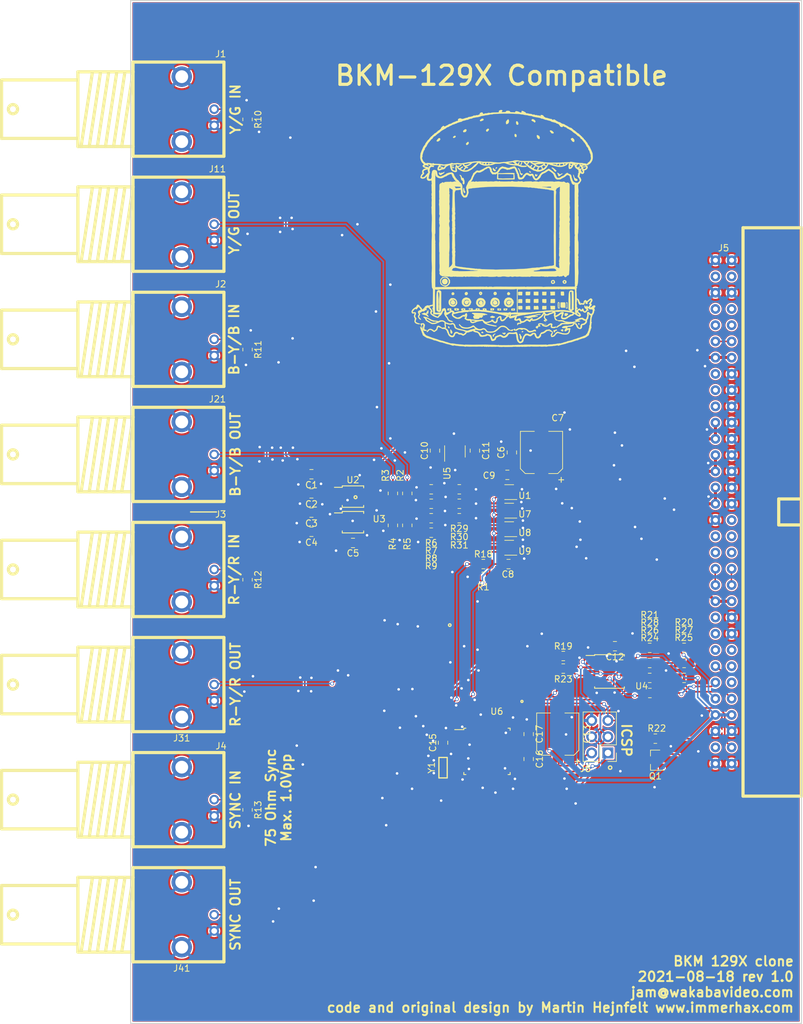
<source format=kicad_pcb>
(kicad_pcb (version 20171130) (host pcbnew "(5.1.9)-1")
  (layers (0 F.Cu signal) (31 B.Cu signal) (34 B.Paste user) (35 F.Paste user) (36 B.SilkS user) (37 F.SilkS user) (38 B.Mask user) (39 F.Mask user) (44 Edge.Cuts user))
  (net 0 "")
  (net 1 "Net-(C1-Pad1)")
  (net 2 "Net-(C1-Pad2)")
  (net 3 "Net-(C2-Pad1)")
  (net 4 "Net-(C2-Pad2)")
  (net 5 "Net-(C3-Pad1)")
  (net 6 "Net-(C3-Pad2)")
  (net 7 "Net-(C4-Pad1)")
  (net 8 "Net-(C4-Pad2)")
  (net 9 +3V3)
  (net 10 GND)
  (net 11 /Y/G)
  (net 12 /P-B/B)
  (net 13 /P-R/R)
  (net 14 "Net-(J5-Pad20b)")
  (net 15 /EXT_SYNC)
  (net 16 /RESET)
  (net 17 /MISO)
  (net 18 /SCLK)
  (net 19 "Net-(J5-Pad20a)")
  (net 20 /MOSI)
  (net 21 /SLOT_ID)
  (net 22 ~BX_OE)
  (net 23 "Net-(R9-Pad1)")
  (net 24 ~EXT_SYNC_OE)
  (net 25 "Net-(R21-Pad1)")
  (net 26 +5VD)
  (net 27 "Net-(R24-Pad1)")
  (net 28 "Net-(R26-Pad1)")
  (net 29 "Net-(R29-Pad1)")
  (net 30 "Net-(R30-Pad1)")
  (net 31 "Net-(R31-Pad1)")
  (net 32 "Net-(J11-Pad1)")
  (net 33 "Net-(J21-Pad1)")
  (net 34 "Net-(J31-Pad1)")
  (net 35 "Net-(J41-Pad1)")
  (net 36 ~MCU_RESET)
  (net 37 MCU_SCK)
  (net 38 MCU_MISO)
  (net 39 MCU_SLOT_ID)
  (net 40 ~MCU_SS)
  (net 41 MCU_MOSI)
  (net 42 "Net-(U6-Pad7)")
  (net 43 "Net-(U6-Pad8)")
  (net 44 "Net-(C17-Pad2)")
  (net 45 "Net-(J5-Pad2b)")
  (net 46 "Net-(J5-Pad4b)")
  (net 47 "Net-(J5-Pad5b)")
  (net 48 "Net-(J5-Pad8b)")
  (net 49 "Net-(J5-Pad9b)")
  (net 50 "Net-(J5-Pad10b)")
  (net 51 "Net-(J5-Pad18b)")
  (net 52 "Net-(J5-Pad19b)")
  (net 53 "Net-(J5-Pad23b)")
  (net 54 "Net-(J5-Pad24b)")
  (net 55 "Net-(J5-Pad25b)")
  (net 56 "Net-(J5-Pad31b)")
  (net 57 "Net-(J5-Pad2a)")
  (net 58 "Net-(J5-Pad4a)")
  (net 59 "Net-(J5-Pad5a)")
  (net 60 "Net-(J5-Pad17a)")
  (net 61 "Net-(J5-Pad18a)")
  (net 62 "Net-(J5-Pad19a)")
  (net 63 "Net-(J5-Pad25a)")
  (net 64 "Net-(J5-Pad26a)")
  (net 65 "Net-(J5-Pad27a)")
  (net 66 "Net-(U3-Pad6)")
  (net 67 "Net-(U3-Pad7)")
  (net 68 "Net-(U5-Pad1)")
  (net 69 "Net-(U6-Pad1)")
  (net 70 "Net-(U6-Pad2)")
  (net 71 "Net-(U6-Pad3)")
  (net 72 "Net-(U6-Pad6)")
  (net 73 "Net-(U6-Pad9)")
  (net 74 "Net-(U6-Pad12)")
  (net 75 "Net-(U6-Pad13)")
  (net 76 "Net-(U6-Pad19)")
  (net 77 "Net-(U6-Pad22)")
  (net 78 "Net-(U6-Pad23)")
  (net 79 "Net-(U6-Pad24)")
  (net 80 "Net-(U6-Pad25)")
  (net 81 "Net-(U6-Pad26)")
  (net 82 "Net-(U6-Pad27)")
  (net 83 "Net-(U6-Pad28)")
  (net 84 "Net-(U6-Pad30)")
  (net 85 "Net-(U6-Pad31)")
  (net 86 "Net-(U2-Pad10)")
  (net 87 "Net-(U3-Pad10)")
  (net 88 VDDA)
  (net 89 VSSA)
  (net 90 "Net-(U1-Pad3)")
  (net 91 "Net-(U7-Pad3)")
  (net 92 "Net-(U8-Pad3)")
  (net 93 "Net-(U9-Pad3)")
  (net 94 /Yout)
  (net 95 /Bout)
  (net 96 /Rout)
  (net 97 /Syncout)
  (module videobits:borgar (layer F.Cu) (at 152.55 79.05)
    (fp_text reference FID1 hide)
    (fp_text value Fiducial hide)
  )
  (module Capacitor_SMD:C_0805_2012Metric_Pad1.18x1.45mm_HandSolder (layer F.Cu) (at 153.16 117.6)
    (fp_text reference C9 (at -2.86 0.1) (layer F.SilkS))
    (fp_text value 0.1uF)
    (pad 2 smd roundrect (at 1.0375 0) (size 1.175 1.45) (layers F.Cu F.Paste F.Mask) (roundrect_rratio 0.212766) (net 10 GND))
    (pad 1 smd roundrect (at -1.0375 0) (size 1.175 1.45) (layers F.Cu F.Paste F.Mask) (roundrect_rratio 0.212766) (net 9 +3V3))
  )
  (module Capacitor_SMD:C_0805_2012Metric_Pad1.18x1.45mm_HandSolder (layer F.Cu) (at 153.35 131.55)
    (fp_text reference C8 (at -0.1 1.6) (layer F.SilkS))
    (fp_text value 0.1uF)
    (pad 2 smd roundrect (at 1.0375 0) (size 1.175 1.45) (layers F.Cu F.Paste F.Mask) (roundrect_rratio 0.212766) (net 10 GND))
    (pad 1 smd roundrect (at -1.0375 0) (size 1.175 1.45) (layers F.Cu F.Paste F.Mask) (roundrect_rratio 0.212766) (net 9 +3V3))
  )
  (module Resistor_SMD:R_0805_2012Metric_Pad1.20x1.40mm_HandSolder (layer F.Cu) (at 149.4 133.55)
    (fp_text reference R1 (at 0 1.6) (layer F.SilkS))
    (fp_text value 10K)
    (pad 2 smd roundrect (at 1 0) (size 1.2 1.4) (layers F.Cu F.Paste F.Mask) (roundrect_rratio 0.208333) (net 9 +3V3))
    (pad 1 smd roundrect (at -1 0) (size 1.2 1.4) (layers F.Cu F.Paste F.Mask) (roundrect_rratio 0.208333) (net 22 ~BX_OE))
  )
  (module Resistor_SMD:R_0805_2012Metric_Pad1.20x1.40mm_HandSolder (layer F.Cu) (at 149.4 131.55 180)
    (fp_text reference R18 (at 0 1.55) (layer F.SilkS))
    (fp_text value 10K)
    (pad 2 smd roundrect (at 1 0 180) (size 1.2 1.4) (layers F.Cu F.Paste F.Mask) (roundrect_rratio 0.208333) (net 24 ~EXT_SYNC_OE))
    (pad 1 smd roundrect (at -1 0 180) (size 1.2 1.4) (layers F.Cu F.Paste F.Mask) (roundrect_rratio 0.208333) (net 9 +3V3))
  )
  (module Resistor_SMD:R_0805_2012Metric_Pad1.20x1.40mm_HandSolder (layer F.Cu) (at 145.64 124.38)
    (fp_text reference R31 (at 0 4.22) (layer F.SilkS))
    (fp_text value 150R)
    (pad 2 smd roundrect (at 1 0) (size 1.2 1.4) (layers F.Cu F.Paste F.Mask) (roundrect_rratio 0.208333) (net 10 GND))
    (pad 1 smd roundrect (at -1 0) (size 1.2 1.4) (layers F.Cu F.Paste F.Mask) (roundrect_rratio 0.208333) (net 31 "Net-(R31-Pad1)"))
  )
  (module Resistor_SMD:R_0805_2012Metric_Pad1.20x1.40mm_HandSolder (layer F.Cu) (at 145.64 122.12)
    (fp_text reference R30 (at 0 5.18) (layer F.SilkS))
    (fp_text value 150R)
    (pad 2 smd roundrect (at 1 0) (size 1.2 1.4) (layers F.Cu F.Paste F.Mask) (roundrect_rratio 0.208333) (net 10 GND))
    (pad 1 smd roundrect (at -1 0) (size 1.2 1.4) (layers F.Cu F.Paste F.Mask) (roundrect_rratio 0.208333) (net 30 "Net-(R30-Pad1)"))
  )
  (module Resistor_SMD:R_0805_2012Metric_Pad1.20x1.40mm_HandSolder (layer F.Cu) (at 145.64 119.86)
    (fp_text reference R29 (at 0 6.15) (layer F.SilkS))
    (fp_text value 150R)
    (pad 2 smd roundrect (at 1 0) (size 1.2 1.4) (layers F.Cu F.Paste F.Mask) (roundrect_rratio 0.208333) (net 10 GND))
    (pad 1 smd roundrect (at -1 0) (size 1.2 1.4) (layers F.Cu F.Paste F.Mask) (roundrect_rratio 0.208333) (net 29 "Net-(R29-Pad1)"))
  )
  (module Resistor_SMD:R_0805_2012Metric_Pad1.20x1.40mm_HandSolder (layer F.Cu) (at 175.4434 147.0222)
    (fp_text reference R28 (at 0.0066 -6.3222) (layer F.SilkS))
    (fp_text value 100R)
    (pad 2 smd roundrect (at 1 0) (size 1.2 1.4) (layers F.Cu F.Paste F.Mask) (roundrect_rratio 0.208333) (net 21 /SLOT_ID))
    (pad 1 smd roundrect (at -1 0) (size 1.2 1.4) (layers F.Cu F.Paste F.Mask) (roundrect_rratio 0.208333) (net 39 MCU_SLOT_ID))
  )
  (module Resistor_SMD:R_0805_2012Metric_Pad1.20x1.40mm_HandSolder (layer F.Cu) (at 180.8282 147.0222)
    (fp_text reference R27 (at -0.0282 -5.1722) (layer F.SilkS))
    (fp_text value 100K)
    (pad 2 smd roundrect (at 1 0) (size 1.2 1.4) (layers F.Cu F.Paste F.Mask) (roundrect_rratio 0.208333) (net 26 +5VD))
    (pad 1 smd roundrect (at -1 0) (size 1.2 1.4) (layers F.Cu F.Paste F.Mask) (roundrect_rratio 0.208333) (net 21 /SLOT_ID))
  )
  (module Resistor_SMD:R_0805_2012Metric_Pad1.20x1.40mm_HandSolder (layer F.Cu) (at 175.4434 149.359)
    (fp_text reference R26 (at 0.0066 -7.459) (layer F.SilkS))
    (fp_text value 100R)
    (pad 2 smd roundrect (at 1 0) (size 1.2 1.4) (layers F.Cu F.Paste F.Mask) (roundrect_rratio 0.208333) (net 20 /MOSI))
    (pad 1 smd roundrect (at -1 0) (size 1.2 1.4) (layers F.Cu F.Paste F.Mask) (roundrect_rratio 0.208333) (net 28 "Net-(R26-Pad1)"))
  )
  (module Resistor_SMD:R_0805_2012Metric_Pad1.20x1.40mm_HandSolder (layer F.Cu) (at 180.8282 149.359)
    (fp_text reference R25 (at -0.05 -6.309) (layer F.SilkS))
    (fp_text value 100K)
    (pad 2 smd roundrect (at 1 0) (size 1.2 1.4) (layers F.Cu F.Paste F.Mask) (roundrect_rratio 0.208333) (net 26 +5VD))
    (pad 1 smd roundrect (at -1 0) (size 1.2 1.4) (layers F.Cu F.Paste F.Mask) (roundrect_rratio 0.208333) (net 20 /MOSI))
  )
  (module Resistor_SMD:R_0805_2012Metric_Pad1.20x1.40mm_HandSolder (layer F.Cu) (at 175.4688 151.7212)
    (fp_text reference R24 (at -0.0188 -8.6212) (layer F.SilkS))
    (fp_text value 100R)
    (pad 2 smd roundrect (at 1 0) (size 1.2 1.4) (layers F.Cu F.Paste F.Mask) (roundrect_rratio 0.208333) (net 17 /MISO))
    (pad 1 smd roundrect (at -1 0) (size 1.2 1.4) (layers F.Cu F.Paste F.Mask) (roundrect_rratio 0.208333) (net 27 "Net-(R24-Pad1)"))
  )
  (module Resistor_SMD:R_0805_2012Metric_Pad1.20x1.40mm_HandSolder (layer F.Cu) (at 161.915 147.9 180)
    (fp_text reference R23 (at 0 -1.65) (layer F.SilkS))
    (fp_text value 4K7)
    (pad 2 smd roundrect (at 1 0 180) (size 1.2 1.4) (layers F.Cu F.Paste F.Mask) (roundrect_rratio 0.208333) (net 26 +5VD))
    (pad 1 smd roundrect (at -1 0 180) (size 1.2 1.4) (layers F.Cu F.Paste F.Mask) (roundrect_rratio 0.208333) (net 38 MCU_MISO))
  )
  (module Resistor_SMD:R_0805_2012Metric_Pad1.20x1.40mm_HandSolder (layer F.Cu) (at 176.3246 158.8615 180)
    (fp_text reference R22 (at -0.2254 1.6115) (layer F.SilkS))
    (fp_text value 100K)
    (pad 2 smd roundrect (at 1 0 180) (size 1.2 1.4) (layers F.Cu F.Paste F.Mask) (roundrect_rratio 0.208333) (net 36 ~MCU_RESET))
    (pad 1 smd roundrect (at -1 0 180) (size 1.2 1.4) (layers F.Cu F.Paste F.Mask) (roundrect_rratio 0.208333) (net 26 +5VD))
  )
  (module Resistor_SMD:R_0805_2012Metric_Pad1.20x1.40mm_HandSolder (layer F.Cu) (at 175.4434 144.66)
    (fp_text reference R21 (at 0.0066 -5.16) (layer F.SilkS))
    (fp_text value 100R)
    (pad 2 smd roundrect (at 1 0) (size 1.2 1.4) (layers F.Cu F.Paste F.Mask) (roundrect_rratio 0.208333) (net 18 /SCLK))
    (pad 1 smd roundrect (at -1 0) (size 1.2 1.4) (layers F.Cu F.Paste F.Mask) (roundrect_rratio 0.208333) (net 25 "Net-(R21-Pad1)"))
  )
  (module Resistor_SMD:R_0805_2012Metric_Pad1.20x1.40mm_HandSolder (layer F.Cu) (at 180.8282 144.66)
    (fp_text reference R20 (at -0.0282 -4.01) (layer F.SilkS))
    (fp_text value 100K)
    (pad 2 smd roundrect (at 1 0) (size 1.2 1.4) (layers F.Cu F.Paste F.Mask) (roundrect_rratio 0.208333) (net 26 +5VD))
    (pad 1 smd roundrect (at -1 0) (size 1.2 1.4) (layers F.Cu F.Paste F.Mask) (roundrect_rratio 0.208333) (net 18 /SCLK))
  )
  (module Resistor_SMD:R_0805_2012Metric_Pad1.20x1.40mm_HandSolder (layer F.Cu) (at 161.915 145.934 180)
    (fp_text reference R19 (at 0 1.534) (layer F.SilkS))
    (fp_text value 4K7)
    (pad 2 smd roundrect (at 1 0 180) (size 1.2 1.4) (layers F.Cu F.Paste F.Mask) (roundrect_rratio 0.208333) (net 26 +5VD))
    (pad 1 smd roundrect (at -1 0 180) (size 1.2 1.4) (layers F.Cu F.Paste F.Mask) (roundrect_rratio 0.208333) (net 37 MCU_SCK))
  )
  (module Resistor_SMD:R_0805_2012Metric_Pad1.20x1.40mm_HandSolder (layer F.Cu) (at 112.5 170 270)
    (fp_text reference R13 (at 0 -1.65 90) (layer F.SilkS))
    (fp_text value 75R)
    (pad 2 smd roundrect (at 1 0 270) (size 1.2 1.4) (layers F.Cu F.Paste F.Mask) (roundrect_rratio 0.208333) (net 10 GND))
    (pad 1 smd roundrect (at -1 0 270) (size 1.2 1.4) (layers F.Cu F.Paste F.Mask) (roundrect_rratio 0.208333) (net 8 "Net-(C4-Pad2)"))
  )
  (module Resistor_SMD:R_0805_2012Metric_Pad1.20x1.40mm_HandSolder (layer F.Cu) (at 112.5 134 270)
    (fp_text reference R12 (at 0 -1.65 90) (layer F.SilkS))
    (fp_text value 75R)
    (pad 2 smd roundrect (at 1 0 270) (size 1.2 1.4) (layers F.Cu F.Paste F.Mask) (roundrect_rratio 0.208333) (net 10 GND))
    (pad 1 smd roundrect (at -1 0 270) (size 1.2 1.4) (layers F.Cu F.Paste F.Mask) (roundrect_rratio 0.208333) (net 6 "Net-(C3-Pad2)"))
  )
  (module Resistor_SMD:R_0805_2012Metric_Pad1.20x1.40mm_HandSolder (layer F.Cu) (at 112.5 98 270)
    (fp_text reference R11 (at 0 -1.65 90) (layer F.SilkS))
    (fp_text value 75R)
    (pad 2 smd roundrect (at 1 0 270) (size 1.2 1.4) (layers F.Cu F.Paste F.Mask) (roundrect_rratio 0.208333) (net 10 GND))
    (pad 1 smd roundrect (at -1 0 270) (size 1.2 1.4) (layers F.Cu F.Paste F.Mask) (roundrect_rratio 0.208333) (net 4 "Net-(C2-Pad2)"))
  )
  (module Resistor_SMD:R_0805_2012Metric_Pad1.20x1.40mm_HandSolder (layer F.Cu) (at 112.5 62 270)
    (fp_text reference R10 (at 0 -1.65 90) (layer F.SilkS))
    (fp_text value 75R)
    (pad 2 smd roundrect (at 1 0 270) (size 1.2 1.4) (layers F.Cu F.Paste F.Mask) (roundrect_rratio 0.208333) (net 10 GND))
    (pad 1 smd roundrect (at -1 0 270) (size 1.2 1.4) (layers F.Cu F.Paste F.Mask) (roundrect_rratio 0.208333) (net 2 "Net-(C1-Pad2)"))
  )
  (module Resistor_SMD:R_0805_2012Metric_Pad1.20x1.40mm_HandSolder (layer F.Cu) (at 141.2472 126.6416 180)
    (fp_text reference R9 (at -0.0028 -5.2084) (layer F.SilkS))
    (fp_text value 0R)
    (pad 2 smd roundrect (at 1 0 180) (size 1.2 1.4) (layers F.Cu F.Paste F.Mask) (roundrect_rratio 0.208333) (net 97 /Syncout))
    (pad 1 smd roundrect (at -1 0 180) (size 1.2 1.4) (layers F.Cu F.Paste F.Mask) (roundrect_rratio 0.208333) (net 23 "Net-(R9-Pad1)"))
  )
  (module Resistor_SMD:R_0805_2012Metric_Pad1.20x1.40mm_HandSolder (layer F.Cu) (at 141.2472 124.381 180)
    (fp_text reference R8 (at -0.0028 -6.269) (layer F.SilkS))
    (fp_text value 150R)
    (pad 2 smd roundrect (at 1 0 180) (size 1.2 1.4) (layers F.Cu F.Paste F.Mask) (roundrect_rratio 0.208333) (net 96 /Rout))
    (pad 1 smd roundrect (at -1 0 180) (size 1.2 1.4) (layers F.Cu F.Paste F.Mask) (roundrect_rratio 0.208333) (net 31 "Net-(R31-Pad1)"))
  )
  (module Resistor_SMD:R_0805_2012Metric_Pad1.20x1.40mm_HandSolder (layer F.Cu) (at 141.25 122.12 180)
    (fp_text reference R7 (at 0 -7.33) (layer F.SilkS))
    (fp_text value 150R)
    (pad 2 smd roundrect (at 1 0 180) (size 1.2 1.4) (layers F.Cu F.Paste F.Mask) (roundrect_rratio 0.208333) (net 95 /Bout))
    (pad 1 smd roundrect (at -1 0 180) (size 1.2 1.4) (layers F.Cu F.Paste F.Mask) (roundrect_rratio 0.208333) (net 30 "Net-(R30-Pad1)"))
  )
  (module Resistor_SMD:R_0805_2012Metric_Pad1.20x1.40mm_HandSolder (layer F.Cu) (at 141.2472 119.8598 180)
    (fp_text reference R6 (at 0 -8.3902) (layer F.SilkS))
    (fp_text value 150R)
    (pad 2 smd roundrect (at 1 0 180) (size 1.2 1.4) (layers F.Cu F.Paste F.Mask) (roundrect_rratio 0.208333) (net 94 /Yout))
    (pad 1 smd roundrect (at -1 0 180) (size 1.2 1.4) (layers F.Cu F.Paste F.Mask) (roundrect_rratio 0.208333) (net 29 "Net-(R29-Pad1)"))
  )
  (module Resistor_SMD:R_0805_2012Metric_Pad1.20x1.40mm_HandSolder (layer F.Cu) (at 137.5 125.5 270)
    (fp_text reference R5 (at 2.9 0 90) (layer F.SilkS))
    (fp_text value 75R)
    (pad 2 smd roundrect (at 1 0 270) (size 1.2 1.4) (layers F.Cu F.Paste F.Mask) (roundrect_rratio 0.208333) (net 35 "Net-(J41-Pad1)"))
    (pad 1 smd roundrect (at -1 0 270) (size 1.2 1.4) (layers F.Cu F.Paste F.Mask) (roundrect_rratio 0.208333) (net 97 /Syncout))
  )
  (module Resistor_SMD:R_0805_2012Metric_Pad1.20x1.40mm_HandSolder (layer F.Cu) (at 135.25 125.5 270)
    (fp_text reference R4 (at 2.9 0.05 90) (layer F.SilkS))
    (fp_text value 75R)
    (pad 2 smd roundrect (at 1 0 270) (size 1.2 1.4) (layers F.Cu F.Paste F.Mask) (roundrect_rratio 0.208333) (net 34 "Net-(J31-Pad1)"))
    (pad 1 smd roundrect (at -1 0 270) (size 1.2 1.4) (layers F.Cu F.Paste F.Mask) (roundrect_rratio 0.208333) (net 96 /Rout))
  )
  (module Resistor_SMD:R_0805_2012Metric_Pad1.20x1.40mm_HandSolder (layer F.Cu) (at 135.25 120.5 90)
    (fp_text reference R3 (at 2.8 -1.15 90) (layer F.SilkS))
    (fp_text value 75R)
    (pad 2 smd roundrect (at 1 0 90) (size 1.2 1.4) (layers F.Cu F.Paste F.Mask) (roundrect_rratio 0.208333) (net 33 "Net-(J21-Pad1)"))
    (pad 1 smd roundrect (at -1 0 90) (size 1.2 1.4) (layers F.Cu F.Paste F.Mask) (roundrect_rratio 0.208333) (net 95 /Bout))
  )
  (module Resistor_SMD:R_0805_2012Metric_Pad1.20x1.40mm_HandSolder (layer F.Cu) (at 137.5 120.5 90)
    (fp_text reference R2 (at 2.8 -1.1 90) (layer F.SilkS))
    (fp_text value 75R)
    (pad 2 smd roundrect (at 1 0 90) (size 1.2 1.4) (layers F.Cu F.Paste F.Mask) (roundrect_rratio 0.208333) (net 32 "Net-(J11-Pad1)"))
    (pad 1 smd roundrect (at -1 0 90) (size 1.2 1.4) (layers F.Cu F.Paste F.Mask) (roundrect_rratio 0.208333) (net 94 /Yout))
  )
  (module Capacitor_SMD:C_0805_2012Metric_Pad1.18x1.45mm_HandSolder (layer F.Cu) (at 156.5 158.15 270)
    (fp_text reference C17 (at 0 -1.68 90) (layer F.SilkS))
    (fp_text value 0.1uF)
    (pad 2 smd roundrect (at 1.0375 0 270) (size 1.175 1.45) (layers F.Cu F.Paste F.Mask) (roundrect_rratio 0.212766) (net 44 "Net-(C17-Pad2)"))
    (pad 1 smd roundrect (at -1.0375 0 270) (size 1.175 1.45) (layers F.Cu F.Paste F.Mask) (roundrect_rratio 0.212766) (net 10 GND))
  )
  (module Capacitor_SMD:C_0805_2012Metric_Pad1.18x1.45mm_HandSolder (layer F.Cu) (at 156.5 162.05 90)
    (fp_text reference C16 (at 0 1.7 90) (layer F.SilkS))
    (fp_text value 4.7uF)
    (pad 2 smd roundrect (at 1.0375 0 90) (size 1.175 1.45) (layers F.Cu F.Paste F.Mask) (roundrect_rratio 0.212766) (net 10 GND))
    (pad 1 smd roundrect (at -1.0375 0 90) (size 1.175 1.45) (layers F.Cu F.Paste F.Mask) (roundrect_rratio 0.212766) (net 26 +5VD))
  )
  (module Capacitor_SMD:C_0805_2012Metric_Pad1.18x1.45mm_HandSolder (layer F.Cu) (at 143.1 159.5 270)
    (fp_text reference C15 (at 0 1.6 90) (layer F.SilkS))
    (fp_text value 1uF)
    (pad 2 smd roundrect (at 1.0375 0 270) (size 1.175 1.45) (layers F.Cu F.Paste F.Mask) (roundrect_rratio 0.212766) (net 10 GND))
    (pad 1 smd roundrect (at -1.0375 0 270) (size 1.175 1.45) (layers F.Cu F.Paste F.Mask) (roundrect_rratio 0.212766) (net 26 +5VD))
  )
  (module Capacitor_SMD:C_0805_2012Metric_Pad1.18x1.45mm_HandSolder (layer F.Cu) (at 170 144.4 180)
    (fp_text reference C12 (at 0 -1.68) (layer F.SilkS))
    (fp_text value 0.1uF)
    (pad 2 smd roundrect (at 1.0375 0 180) (size 1.175 1.45) (layers F.Cu F.Paste F.Mask) (roundrect_rratio 0.212766) (net 10 GND))
    (pad 1 smd roundrect (at -1.0375 0 180) (size 1.175 1.45) (layers F.Cu F.Paste F.Mask) (roundrect_rratio 0.212766) (net 26 +5VD))
  )
  (module Capacitor_SMD:C_0805_2012Metric_Pad1.18x1.45mm_HandSolder (layer F.Cu) (at 148.0802 113.8092 90)
    (fp_text reference C11 (at 0 1.7198 90) (layer F.SilkS))
    (fp_text value 1uF)
    (pad 2 smd roundrect (at 1.0375 0 90) (size 1.175 1.45) (layers F.Cu F.Paste F.Mask) (roundrect_rratio 0.212766) (net 88 VDDA))
    (pad 1 smd roundrect (at -1.0375 0 90) (size 1.175 1.45) (layers F.Cu F.Paste F.Mask) (roundrect_rratio 0.212766) (net 10 GND))
  )
  (module Capacitor_SMD:C_0805_2012Metric_Pad1.18x1.45mm_HandSolder (layer F.Cu) (at 141.8318 113.8092 270)
    (fp_text reference C10 (at 0 1.6318 90) (layer F.SilkS))
    (fp_text value 2.2uF)
    (pad 2 smd roundrect (at 1.0375 0 270) (size 1.175 1.45) (layers F.Cu F.Paste F.Mask) (roundrect_rratio 0.212766) (net 10 GND))
    (pad 1 smd roundrect (at -1.0375 0 270) (size 1.175 1.45) (layers F.Cu F.Paste F.Mask) (roundrect_rratio 0.212766) (net 9 +3V3))
  )
  (module Capacitor_SMD:C_0805_2012Metric_Pad1.18x1.45mm_HandSolder (layer F.Cu) (at 153.871 114.094 90)
    (fp_text reference C6 (at 0 -1.68 90) (layer F.SilkS))
    (fp_text value 0.1uF)
    (pad 2 smd roundrect (at 1.0375 0 90) (size 1.175 1.45) (layers F.Cu F.Paste F.Mask) (roundrect_rratio 0.212766) (net 10 GND))
    (pad 1 smd roundrect (at -1.0375 0 90) (size 1.175 1.45) (layers F.Cu F.Paste F.Mask) (roundrect_rratio 0.212766) (net 88 VDDA))
  )
  (module Capacitor_SMD:C_0805_2012Metric_Pad1.18x1.45mm_HandSolder (layer F.Cu) (at 129 128.25)
    (fp_text reference C5 (at 0 1.6) (layer F.SilkS))
    (fp_text value 0.1uF)
    (pad 2 smd roundrect (at 1.0375 0) (size 1.175 1.45) (layers F.Cu F.Paste F.Mask) (roundrect_rratio 0.212766) (net 10 GND))
    (pad 1 smd roundrect (at -1.0375 0) (size 1.175 1.45) (layers F.Cu F.Paste F.Mask) (roundrect_rratio 0.212766) (net 9 +3V3))
  )
  (module Capacitor_SMD:C_0805_2012Metric_Pad1.18x1.45mm_HandSolder (layer F.Cu) (at 122.5 126.5 180)
    (fp_text reference C4 (at 0 -1.68) (layer F.SilkS))
    (fp_text value 0.1uF)
    (pad 2 smd roundrect (at 1.0375 0 180) (size 1.175 1.45) (layers F.Cu F.Paste F.Mask) (roundrect_rratio 0.212766) (net 8 "Net-(C4-Pad2)"))
    (pad 1 smd roundrect (at -1.0375 0 180) (size 1.175 1.45) (layers F.Cu F.Paste F.Mask) (roundrect_rratio 0.212766) (net 7 "Net-(C4-Pad1)"))
  )
  (module Capacitor_SMD:C_0805_2012Metric_Pad1.18x1.45mm_HandSolder (layer F.Cu) (at 122.5 123.5 180)
    (fp_text reference C3 (at 0 -1.68) (layer F.SilkS))
    (fp_text value 0.1uF)
    (pad 2 smd roundrect (at 1.0375 0 180) (size 1.175 1.45) (layers F.Cu F.Paste F.Mask) (roundrect_rratio 0.212766) (net 6 "Net-(C3-Pad2)"))
    (pad 1 smd roundrect (at -1.0375 0 180) (size 1.175 1.45) (layers F.Cu F.Paste F.Mask) (roundrect_rratio 0.212766) (net 5 "Net-(C3-Pad1)"))
  )
  (module Capacitor_SMD:C_0805_2012Metric_Pad1.18x1.45mm_HandSolder (layer F.Cu) (at 122.5 120.5 180)
    (fp_text reference C2 (at 0 -1.68) (layer F.SilkS))
    (fp_text value 0.1uF)
    (pad 2 smd roundrect (at 1.0375 0 180) (size 1.175 1.45) (layers F.Cu F.Paste F.Mask) (roundrect_rratio 0.212766) (net 4 "Net-(C2-Pad2)"))
    (pad 1 smd roundrect (at -1.0375 0 180) (size 1.175 1.45) (layers F.Cu F.Paste F.Mask) (roundrect_rratio 0.212766) (net 3 "Net-(C2-Pad1)"))
  )
  (module Capacitor_SMD:C_0805_2012Metric_Pad1.18x1.45mm_HandSolder (layer F.Cu) (at 122.5 117.5 180)
    (fp_text reference C1 (at 0 -1.68) (layer F.SilkS))
    (fp_text value 0.1uF)
    (pad 2 smd roundrect (at 1.0375 0 180) (size 1.175 1.45) (layers F.Cu F.Paste F.Mask) (roundrect_rratio 0.212766) (net 2 "Net-(C1-Pad2)"))
    (pad 1 smd roundrect (at -1.0375 0 180) (size 1.175 1.45) (layers F.Cu F.Paste F.Mask) (roundrect_rratio 0.212766) (net 1 "Net-(C1-Pad1)"))
  )
  (module Package_TO_SOT_SMD:SOT-23 (layer F.Cu) (at 176.3246 162.227 180)
    (fp_text reference Q1 (at 0 -2.5) (layer F.SilkS))
    (fp_text value "DTC144EKAT146 ")
    (pad 3 smd rect (at 1 0 180) (size 0.9 0.8) (layers F.Cu F.Paste F.Mask) (net 36 ~MCU_RESET))
    (pad 2 smd rect (at -1 0.95 180) (size 0.9 0.8) (layers F.Cu F.Paste F.Mask) (net 16 /RESET))
    (pad 1 smd rect (at -1 -0.95 180) (size 0.9 0.8) (layers F.Cu F.Paste F.Mask) (net 10 GND))
  )
  (module Package_TO_SOT_SMD:SOT-363_SC-70-6 (layer F.Cu) (at 153.45 129 180)
    (fp_text reference U9 (at -2.45 -0.55) (layer F.SilkS))
    (fp_text value BL1551)
    (pad 6 smd rect (at 0.95 -0.65 180) (size 0.65 0.4) (layers F.Cu F.Paste F.Mask) (net 24 ~EXT_SYNC_OE))
    (pad 4 smd rect (at 0.95 0.65 180) (size 0.65 0.4) (layers F.Cu F.Paste F.Mask) (net 23 "Net-(R9-Pad1)"))
    (pad 2 smd rect (at -0.95 0 180) (size 0.65 0.4) (layers F.Cu F.Paste F.Mask) (net 10 GND))
    (pad 5 smd rect (at 0.95 0 180) (size 0.65 0.4) (layers F.Cu F.Paste F.Mask) (net 9 +3V3))
    (pad 3 smd rect (at -0.95 0.65 180) (size 0.65 0.4) (layers F.Cu F.Paste F.Mask) (net 93 "Net-(U9-Pad3)"))
    (pad 1 smd rect (at -0.95 -0.65 180) (size 0.65 0.4) (layers F.Cu F.Paste F.Mask) (net 15 /EXT_SYNC))
  )
  (module Package_TO_SOT_SMD:SOT-363_SC-70-6 (layer F.Cu) (at 153.45 126.1 180)
    (fp_text reference U8 (at -2.45 -0.55) (layer F.SilkS))
    (fp_text value BL1551)
    (pad 6 smd rect (at 0.95 -0.65 180) (size 0.65 0.4) (layers F.Cu F.Paste F.Mask) (net 22 ~BX_OE))
    (pad 4 smd rect (at 0.95 0.65 180) (size 0.65 0.4) (layers F.Cu F.Paste F.Mask) (net 31 "Net-(R31-Pad1)"))
    (pad 2 smd rect (at -0.95 0 180) (size 0.65 0.4) (layers F.Cu F.Paste F.Mask) (net 10 GND))
    (pad 5 smd rect (at 0.95 0 180) (size 0.65 0.4) (layers F.Cu F.Paste F.Mask) (net 9 +3V3))
    (pad 3 smd rect (at -0.95 0.65 180) (size 0.65 0.4) (layers F.Cu F.Paste F.Mask) (net 92 "Net-(U8-Pad3)"))
    (pad 1 smd rect (at -0.95 -0.65 180) (size 0.65 0.4) (layers F.Cu F.Paste F.Mask) (net 13 /P-R/R))
  )
  (module Package_TO_SOT_SMD:SOT-363_SC-70-6 (layer F.Cu) (at 153.45 123.2 180)
    (fp_text reference U7 (at -2.45 -0.55) (layer F.SilkS))
    (fp_text value BL1551)
    (pad 6 smd rect (at 0.95 -0.65 180) (size 0.65 0.4) (layers F.Cu F.Paste F.Mask) (net 22 ~BX_OE))
    (pad 4 smd rect (at 0.95 0.65 180) (size 0.65 0.4) (layers F.Cu F.Paste F.Mask) (net 30 "Net-(R30-Pad1)"))
    (pad 2 smd rect (at -0.95 0 180) (size 0.65 0.4) (layers F.Cu F.Paste F.Mask) (net 10 GND))
    (pad 5 smd rect (at 0.95 0 180) (size 0.65 0.4) (layers F.Cu F.Paste F.Mask) (net 9 +3V3))
    (pad 3 smd rect (at -0.95 0.65 180) (size 0.65 0.4) (layers F.Cu F.Paste F.Mask) (net 91 "Net-(U7-Pad3)"))
    (pad 1 smd rect (at -0.95 -0.65 180) (size 0.65 0.4) (layers F.Cu F.Paste F.Mask) (net 12 /P-B/B))
  )
  (module Package_TO_SOT_SMD:SOT-363_SC-70-6 (layer F.Cu) (at 153.45 120.3 180)
    (fp_text reference U1 (at -2.45 -0.55) (layer F.SilkS))
    (fp_text value BL1551)
    (pad 6 smd rect (at 0.95 -0.65 180) (size 0.65 0.4) (layers F.Cu F.Paste F.Mask) (net 22 ~BX_OE))
    (pad 4 smd rect (at 0.95 0.65 180) (size 0.65 0.4) (layers F.Cu F.Paste F.Mask) (net 29 "Net-(R29-Pad1)"))
    (pad 2 smd rect (at -0.95 0 180) (size 0.65 0.4) (layers F.Cu F.Paste F.Mask) (net 10 GND))
    (pad 5 smd rect (at 0.95 0 180) (size 0.65 0.4) (layers F.Cu F.Paste F.Mask) (net 9 +3V3))
    (pad 3 smd rect (at -0.95 0.65 180) (size 0.65 0.4) (layers F.Cu F.Paste F.Mask) (net 90 "Net-(U1-Pad3)"))
    (pad 1 smd rect (at -0.95 -0.65 180) (size 0.65 0.4) (layers F.Cu F.Paste F.Mask) (net 11 /Y/G))
  )
  (module Package_SO:MSOP-10_3x3mm_P0.5mm (layer F.Cu) (at 129 125)
    (fp_text reference U3 (at 4.1 -0.5) (layer F.SilkS))
    (fp_text value TPF144-VR)
    (pad 10 smd rect (at 2.2 -1) (size 1.4 0.3) (layers F.Cu F.Paste F.Mask) (net 87 "Net-(U3-Pad10)"))
    (pad 9 smd rect (at 2.2 -0.5) (size 1.4 0.3) (layers F.Cu F.Paste F.Mask) (net 10 GND))
    (pad 8 smd rect (at 2.2 0) (size 1.4 0.3) (layers F.Cu F.Paste F.Mask) (net 97 /Syncout))
    (pad 7 smd rect (at 2.2 0.5) (size 1.4 0.3) (layers F.Cu F.Paste F.Mask) (net 67 "Net-(U3-Pad7)"))
    (pad 6 smd rect (at 2.2 1) (size 1.4 0.3) (layers F.Cu F.Paste F.Mask) (net 66 "Net-(U3-Pad6)"))
    (pad 5 smd rect (at -2.2 1) (size 1.4 0.3) (layers F.Cu F.Paste F.Mask) (net 10 GND))
    (pad 4 smd rect (at -2.2 0.5) (size 1.4 0.3) (layers F.Cu F.Paste F.Mask) (net 10 GND))
    (pad 3 smd rect (at -2.2 0) (size 1.4 0.3) (layers F.Cu F.Paste F.Mask) (net 7 "Net-(C4-Pad1)"))
    (pad 2 smd rect (at -2.2 -0.5) (size 1.4 0.3) (layers F.Cu F.Paste F.Mask) (net 9 +3V3))
    (pad 1 smd rect (at -2.2 -1) (size 1.4 0.3) (layers F.Cu F.Paste F.Mask) (net 10 GND))
  )
  (module Package_SO:MSOP-10_3x3mm_P0.5mm (layer F.Cu) (at 129 121)
    (fp_text reference U2 (at 0 -2.6) (layer F.SilkS))
    (fp_text value TPF144-VR)
    (pad 10 smd rect (at 2.2 -1) (size 1.4 0.3) (layers F.Cu F.Paste F.Mask) (net 86 "Net-(U2-Pad10)"))
    (pad 9 smd rect (at 2.2 -0.5) (size 1.4 0.3) (layers F.Cu F.Paste F.Mask) (net 10 GND))
    (pad 8 smd rect (at 2.2 0) (size 1.4 0.3) (layers F.Cu F.Paste F.Mask) (net 94 /Yout))
    (pad 7 smd rect (at 2.2 0.5) (size 1.4 0.3) (layers F.Cu F.Paste F.Mask) (net 95 /Bout))
    (pad 6 smd rect (at 2.2 1) (size 1.4 0.3) (layers F.Cu F.Paste F.Mask) (net 96 /Rout))
    (pad 5 smd rect (at -2.2 1) (size 1.4 0.3) (layers F.Cu F.Paste F.Mask) (net 5 "Net-(C3-Pad1)"))
    (pad 4 smd rect (at -2.2 0.5) (size 1.4 0.3) (layers F.Cu F.Paste F.Mask) (net 3 "Net-(C2-Pad1)"))
    (pad 3 smd rect (at -2.2 0) (size 1.4 0.3) (layers F.Cu F.Paste F.Mask) (net 1 "Net-(C1-Pad1)"))
    (pad 2 smd rect (at -2.2 -0.5) (size 1.4 0.3) (layers F.Cu F.Paste F.Mask) (net 9 +3V3))
    (pad 1 smd rect (at -2.2 -1) (size 1.4 0.3) (layers F.Cu F.Paste F.Mask) (net 10 GND))
  )
  (module Housings_QFP:TQFP-32_7x7mm_Pitch0.8mm (layer F.Cu) (at 149.975 160.85)
    (fp_text reference U6 (at 1.537957 -6.240217 180) (layer F.SilkS))
    (fp_text value ATMEGA328PB-AU)
    (pad 1 smd rect (at -4.25 -2.8) (size 1.6 0.55) (layers F.Cu F.Paste F.Mask) (net 69 "Net-(U6-Pad1)"))
    (pad 2 smd rect (at -4.25 -2) (size 1.6 0.55) (layers F.Cu F.Paste F.Mask) (net 70 "Net-(U6-Pad2)"))
    (pad 3 smd rect (at -4.25 -1.2) (size 1.6 0.55) (layers F.Cu F.Paste F.Mask) (net 71 "Net-(U6-Pad3)"))
    (pad 4 smd rect (at -4.25 -0.4) (size 1.6 0.55) (layers F.Cu F.Paste F.Mask) (net 26 +5VD))
    (pad 5 smd rect (at -4.25 0.4) (size 1.6 0.55) (layers F.Cu F.Paste F.Mask) (net 10 GND))
    (pad 6 smd rect (at -4.25 1.2) (size 1.6 0.55) (layers F.Cu F.Paste F.Mask) (net 72 "Net-(U6-Pad6)"))
    (pad 7 smd rect (at -4.25 2) (size 1.6 0.55) (layers F.Cu F.Paste F.Mask) (net 42 "Net-(U6-Pad7)"))
    (pad 8 smd rect (at -4.25 2.8) (size 1.6 0.55) (layers F.Cu F.Paste F.Mask) (net 43 "Net-(U6-Pad8)"))
    (pad 9 smd rect (at -2.8 4.25 90) (size 1.6 0.55) (layers F.Cu F.Paste F.Mask) (net 73 "Net-(U6-Pad9)"))
    (pad 10 smd rect (at -2 4.25 90) (size 1.6 0.55) (layers F.Cu F.Paste F.Mask) (net 22 ~BX_OE))
    (pad 11 smd rect (at -1.2 4.25 90) (size 1.6 0.55) (layers F.Cu F.Paste F.Mask) (net 24 ~EXT_SYNC_OE))
    (pad 12 smd rect (at -0.4 4.25 90) (size 1.6 0.55) (layers F.Cu F.Paste F.Mask) (net 74 "Net-(U6-Pad12)"))
    (pad 13 smd rect (at 0.4 4.25 90) (size 1.6 0.55) (layers F.Cu F.Paste F.Mask) (net 75 "Net-(U6-Pad13)"))
    (pad 14 smd rect (at 1.2 4.25 90) (size 1.6 0.55) (layers F.Cu F.Paste F.Mask) (net 40 ~MCU_SS))
    (pad 15 smd rect (at 2 4.25 90) (size 1.6 0.55) (layers F.Cu F.Paste F.Mask) (net 41 MCU_MOSI))
    (pad 16 smd rect (at 2.8 4.25 90) (size 1.6 0.55) (layers F.Cu F.Paste F.Mask) (net 38 MCU_MISO))
    (pad 17 smd rect (at 4.25 2.8) (size 1.6 0.55) (layers F.Cu F.Paste F.Mask) (net 37 MCU_SCK))
    (pad 18 smd rect (at 4.25 2) (size 1.6 0.55) (layers F.Cu F.Paste F.Mask) (net 26 +5VD))
    (pad 19 smd rect (at 4.25 1.2) (size 1.6 0.55) (layers F.Cu F.Paste F.Mask) (net 76 "Net-(U6-Pad19)"))
    (pad 20 smd rect (at 4.25 0.4) (size 1.6 0.55) (layers F.Cu F.Paste F.Mask) (net 44 "Net-(C17-Pad2)"))
    (pad 21 smd rect (at 4.25 -0.4) (size 1.6 0.55) (layers F.Cu F.Paste F.Mask) (net 10 GND))
    (pad 22 smd rect (at 4.25 -1.2) (size 1.6 0.55) (layers F.Cu F.Paste F.Mask) (net 77 "Net-(U6-Pad22)"))
    (pad 23 smd rect (at 4.25 -2) (size 1.6 0.55) (layers F.Cu F.Paste F.Mask) (net 78 "Net-(U6-Pad23)"))
    (pad 24 smd rect (at 4.25 -2.8) (size 1.6 0.55) (layers F.Cu F.Paste F.Mask) (net 79 "Net-(U6-Pad24)"))
    (pad 25 smd rect (at 2.8 -4.25 90) (size 1.6 0.55) (layers F.Cu F.Paste F.Mask) (net 80 "Net-(U6-Pad25)"))
    (pad 26 smd rect (at 2 -4.25 90) (size 1.6 0.55) (layers F.Cu F.Paste F.Mask) (net 81 "Net-(U6-Pad26)"))
    (pad 27 smd rect (at 1.2 -4.25 90) (size 1.6 0.55) (layers F.Cu F.Paste F.Mask) (net 82 "Net-(U6-Pad27)"))
    (pad 28 smd rect (at 0.4 -4.25 90) (size 1.6 0.55) (layers F.Cu F.Paste F.Mask) (net 83 "Net-(U6-Pad28)"))
    (pad 29 smd rect (at -0.4 -4.25 90) (size 1.6 0.55) (layers F.Cu F.Paste F.Mask) (net 36 ~MCU_RESET))
    (pad 30 smd rect (at -1.2 -4.25 90) (size 1.6 0.55) (layers F.Cu F.Paste F.Mask) (net 84 "Net-(U6-Pad30)"))
    (pad 31 smd rect (at -2 -4.25 90) (size 1.6 0.55) (layers F.Cu F.Paste F.Mask) (net 85 "Net-(U6-Pad31)"))
    (pad 32 smd rect (at -2.8 -4.25 90) (size 1.6 0.55) (layers F.Cu F.Paste F.Mask) (net 39 MCU_SLOT_ID))
  )
  (module bnc-tht:BNC-THT (layer F.Cu) (at 102.2 186.4)
    (fp_text reference J41 (at 0 8.382) (layer F.SilkS))
    (fp_text value SYNC_OUT)
    (pad 2 thru_hole circle (at 5.08 2.54) (size 1.5 1.5) (drill 0.9) (layers *.Cu *.Mask) (net 10 GND))
    (pad 2 thru_hole circle (at 0 -5.08) (size 3.2 3.2) (drill 2) (layers *.Cu *.Mask) (net 10 GND))
    (pad 2 thru_hole circle (at 0 5.08) (size 3.2 3.2) (drill 2) (layers *.Cu *.Mask) (net 10 GND))
    (pad 1 thru_hole circle (at 5.08 0) (size 1.5 1.5) (drill 0.9) (layers *.Cu *.Mask) (net 35 "Net-(J41-Pad1)"))
  )
  (module bnc-tht:BNC-THT (layer F.Cu) (at 102.2 150.4)
    (fp_text reference J31 (at 0 8.382) (layer F.SilkS))
    (fp_text value PRR_OUT)
    (pad 2 thru_hole circle (at 5.08 2.54) (size 1.5 1.5) (drill 0.9) (layers *.Cu *.Mask) (net 10 GND))
    (pad 2 thru_hole circle (at 0 -5.08) (size 3.2 3.2) (drill 2) (layers *.Cu *.Mask) (net 10 GND))
    (pad 2 thru_hole circle (at 0 5.08) (size 3.2 3.2) (drill 2) (layers *.Cu *.Mask) (net 10 GND))
    (pad 1 thru_hole circle (at 5.08 0) (size 1.5 1.5) (drill 0.9) (layers *.Cu *.Mask) (net 34 "Net-(J31-Pad1)"))
  )
  (module bnc-tht:BNC-THT (layer F.Cu) (at 102.2 114.4)
    (fp_text reference J21 (at 5.588 -8.636) (layer F.SilkS))
    (fp_text value PBB_OUT)
    (pad 2 thru_hole circle (at 5.08 2.54) (size 1.5 1.5) (drill 0.9) (layers *.Cu *.Mask) (net 10 GND))
    (pad 2 thru_hole circle (at 0 -5.08) (size 3.2 3.2) (drill 2) (layers *.Cu *.Mask) (net 10 GND))
    (pad 2 thru_hole circle (at 0 5.08) (size 3.2 3.2) (drill 2) (layers *.Cu *.Mask) (net 10 GND))
    (pad 1 thru_hole circle (at 5.08 0) (size 1.5 1.5) (drill 0.9) (layers *.Cu *.Mask) (net 33 "Net-(J21-Pad1)"))
  )
  (module bnc-tht:BNC-THT (layer F.Cu) (at 102.2 78.4)
    (fp_text reference J11 (at 5.588 -8.636) (layer F.SilkS))
    (fp_text value YG_OUT)
    (pad 2 thru_hole circle (at 5.08 2.54) (size 1.5 1.5) (drill 0.9) (layers *.Cu *.Mask) (net 10 GND))
    (pad 2 thru_hole circle (at 0 -5.08) (size 3.2 3.2) (drill 2) (layers *.Cu *.Mask) (net 10 GND))
    (pad 2 thru_hole circle (at 0 5.08) (size 3.2 3.2) (drill 2) (layers *.Cu *.Mask) (net 10 GND))
    (pad 1 thru_hole circle (at 5.08 0) (size 1.5 1.5) (drill 0.9) (layers *.Cu *.Mask) (net 32 "Net-(J11-Pad1)"))
  )
  (module Capacitors_SMD:CP_Elec_6.3x5.3 (layer F.Cu) (at 161.05 158.15 90)
    (fp_text reference C13 (at 0 4.56 90) (layer F.SilkS))
    (fp_text value 100uF)
    (fp_text user + (at -4.28 3.01 90) (layer F.SilkS))
    (pad 1 smd rect (at -2.7 0 270) (size 3.5 1.6) (layers F.Cu F.Paste F.Mask) (net 26 +5VD))
    (pad 2 smd rect (at 2.7 0 270) (size 3.5 1.6) (layers F.Cu F.Paste F.Mask) (net 10 GND))
  )
  (module TO_SOT_Packages_SMD:SOT-23-5_HandSoldering (layer F.Cu) (at 144.956 113.9362 90)
    (fp_text reference U5 (at -3.429 -1.2192 90) (layer F.SilkS))
    (fp_text value MIC3490-3.3)
    (pad 1 smd rect (at -1.35 -0.95 90) (size 1.56 0.65) (layers F.Cu F.Paste F.Mask) (net 68 "Net-(U5-Pad1)"))
    (pad 2 smd rect (at -1.35 0 90) (size 1.56 0.65) (layers F.Cu F.Paste F.Mask) (net 10 GND))
    (pad 3 smd rect (at -1.35 0.95 90) (size 1.56 0.65) (layers F.Cu F.Paste F.Mask) (net 88 VDDA))
    (pad 4 smd rect (at 1.35 0.95 90) (size 1.56 0.65) (layers F.Cu F.Paste F.Mask) (net 88 VDDA))
    (pad 5 smd rect (at 1.35 -0.95 90) (size 1.56 0.65) (layers F.Cu F.Paste F.Mask) (net 9 +3V3))
  )
  (module Housings_SSOP:TSSOP-14_4.4x5mm_Pitch0.65mm (layer F.Cu) (at 169.15 148.35)
    (fp_text reference U4 (at 5.0419 2.286) (layer F.SilkS))
    (fp_text value 74LVC125)
    (pad 1 smd rect (at -2.95 -1.95) (size 1.45 0.45) (layers F.Cu F.Paste F.Mask) (net 40 ~MCU_SS))
    (pad 2 smd rect (at -2.95 -1.3) (size 1.45 0.45) (layers F.Cu F.Paste F.Mask) (net 25 "Net-(R21-Pad1)"))
    (pad 3 smd rect (at -2.95 -0.65) (size 1.45 0.45) (layers F.Cu F.Paste F.Mask) (net 37 MCU_SCK))
    (pad 4 smd rect (at -2.95 0) (size 1.45 0.45) (layers F.Cu F.Paste F.Mask) (net 40 ~MCU_SS))
    (pad 5 smd rect (at -2.95 0.65) (size 1.45 0.45) (layers F.Cu F.Paste F.Mask) (net 38 MCU_MISO))
    (pad 6 smd rect (at -2.95 1.3) (size 1.45 0.45) (layers F.Cu F.Paste F.Mask) (net 27 "Net-(R24-Pad1)"))
    (pad 7 smd rect (at -2.95 1.95) (size 1.45 0.45) (layers F.Cu F.Paste F.Mask) (net 10 GND))
    (pad 8 smd rect (at 2.95 1.95) (size 1.45 0.45) (layers F.Cu F.Paste F.Mask) (net 41 MCU_MOSI))
    (pad 9 smd rect (at 2.95 1.3) (size 1.45 0.45) (layers F.Cu F.Paste F.Mask) (net 28 "Net-(R26-Pad1)"))
    (pad 10 smd rect (at 2.95 0.65) (size 1.45 0.45) (layers F.Cu F.Paste F.Mask) (net 40 ~MCU_SS))
    (pad 11 smd rect (at 2.95 0) (size 1.45 0.45) (layers F.Cu F.Paste F.Mask) (net 40 ~MCU_SS))
    (pad 12 smd rect (at 2.95 -0.65) (size 1.45 0.45) (layers F.Cu F.Paste F.Mask) (net 39 MCU_SLOT_ID))
    (pad 13 smd rect (at 2.95 -1.3) (size 1.45 0.45) (layers F.Cu F.Paste F.Mask) (net 10 GND))
    (pad 14 smd rect (at 2.95 -1.95) (size 1.45 0.45) (layers F.Cu F.Paste F.Mask) (net 26 +5VD))
  )
  (module din-41612-64p-ra:DIN-41612-64P (layer F.Cu) (at 187 123.4)
    (fp_text reference J5 (at 0 -41.275) (layer F.SilkS))
    (fp_text value Conn_02x32_Row_Letter_Last)
    (pad 1b thru_hole circle (at -1.27 -39.37) (size 1.524 1.524) (drill 0.762) (layers *.Cu *.Mask) (net 10 GND))
    (pad 2b thru_hole circle (at -1.27 -36.83) (size 1.524 1.524) (drill 0.762) (layers *.Cu *.Mask) (net 45 "Net-(J5-Pad2b)"))
    (pad 3b thru_hole circle (at -1.27 -34.29) (size 1.524 1.524) (drill 0.762) (layers *.Cu *.Mask) (net 10 GND))
    (pad 4b thru_hole circle (at -1.27 -31.75) (size 1.524 1.524) (drill 0.762) (layers *.Cu *.Mask) (net 46 "Net-(J5-Pad4b)"))
    (pad 5b thru_hole circle (at -1.27 -29.21) (size 1.524 1.524) (drill 0.762) (layers *.Cu *.Mask) (net 47 "Net-(J5-Pad5b)"))
    (pad 6b thru_hole circle (at -1.27 -26.67) (size 1.524 1.524) (drill 0.762) (layers *.Cu *.Mask) (net 89 VSSA))
    (pad 7b thru_hole circle (at -1.27 -24.13) (size 1.524 1.524) (drill 0.762) (layers *.Cu *.Mask) (net 88 VDDA))
    (pad 8b thru_hole circle (at -1.27 -21.59) (size 1.524 1.524) (drill 0.762) (layers *.Cu *.Mask) (net 48 "Net-(J5-Pad8b)"))
    (pad 9b thru_hole circle (at -1.27 -19.05) (size 1.524 1.524) (drill 0.762) (layers *.Cu *.Mask) (net 49 "Net-(J5-Pad9b)"))
    (pad 10b thru_hole circle (at -1.27 -16.51) (size 1.524 1.524) (drill 0.762) (layers *.Cu *.Mask) (net 50 "Net-(J5-Pad10b)"))
    (pad 11b thru_hole circle (at -1.27 -13.97) (size 1.524 1.524) (drill 0.762) (layers *.Cu *.Mask) (net 11 /Y/G))
    (pad 12b thru_hole circle (at -1.27 -11.43) (size 1.524 1.524) (drill 0.762) (layers *.Cu *.Mask) (net 11 /Y/G))
    (pad 13b thru_hole circle (at -1.27 -8.89) (size 1.524 1.524) (drill 0.762) (layers *.Cu *.Mask) (net 12 /P-B/B))
    (pad 14b thru_hole circle (at -1.27 -6.35) (size 1.524 1.524) (drill 0.762) (layers *.Cu *.Mask) (net 12 /P-B/B))
    (pad 15b thru_hole circle (at -1.27 -3.81) (size 1.524 1.524) (drill 0.762) (layers *.Cu *.Mask) (net 13 /P-R/R))
    (pad 16b thru_hole circle (at -1.27 -1.27) (size 1.524 1.524) (drill 0.762) (layers *.Cu *.Mask) (net 13 /P-R/R))
    (pad 17b thru_hole circle (at -1.27 1.27) (size 1.524 1.524) (drill 0.762) (layers *.Cu *.Mask) (net 10 GND))
    (pad 18b thru_hole circle (at -1.27 3.81) (size 1.524 1.524) (drill 0.762) (layers *.Cu *.Mask) (net 51 "Net-(J5-Pad18b)"))
    (pad 19b thru_hole circle (at -1.27 6.35) (size 1.524 1.524) (drill 0.762) (layers *.Cu *.Mask) (net 52 "Net-(J5-Pad19b)"))
    (pad 20b thru_hole circle (at -1.27 8.89) (size 1.524 1.524) (drill 0.762) (layers *.Cu *.Mask) (net 14 "Net-(J5-Pad20b)"))
    (pad 21b thru_hole circle (at -1.27 11.43) (size 1.524 1.524) (drill 0.762) (layers *.Cu *.Mask) (net 14 "Net-(J5-Pad20b)"))
    (pad 22b thru_hole circle (at -1.27 13.97) (size 1.524 1.524) (drill 0.762) (layers *.Cu *.Mask) (net 15 /EXT_SYNC))
    (pad 23b thru_hole circle (at -1.27 16.51) (size 1.524 1.524) (drill 0.762) (layers *.Cu *.Mask) (net 53 "Net-(J5-Pad23b)"))
    (pad 24b thru_hole circle (at -1.27 19.05) (size 1.524 1.524) (drill 0.762) (layers *.Cu *.Mask) (net 54 "Net-(J5-Pad24b)"))
    (pad 25b thru_hole circle (at -1.27 21.59) (size 1.524 1.524) (drill 0.762) (layers *.Cu *.Mask) (net 55 "Net-(J5-Pad25b)"))
    (pad 26b thru_hole circle (at -1.27 24.13) (size 1.524 1.524) (drill 0.762) (layers *.Cu *.Mask) (net 16 /RESET))
    (pad 27b thru_hole circle (at -1.27 26.67) (size 1.524 1.524) (drill 0.762) (layers *.Cu *.Mask) (net 17 /MISO))
    (pad 28b thru_hole circle (at -1.27 29.21) (size 1.524 1.524) (drill 0.762) (layers *.Cu *.Mask) (net 18 /SCLK))
    (pad 29b thru_hole circle (at -1.27 31.75) (size 1.524 1.524) (drill 0.762) (layers *.Cu *.Mask) (net 26 +5VD))
    (pad 30b thru_hole circle (at -1.27 34.29) (size 1.524 1.524) (drill 0.762) (layers *.Cu *.Mask) (net 10 GND))
    (pad 31b thru_hole circle (at -1.27 36.83) (size 1.524 1.524) (drill 0.762) (layers *.Cu *.Mask) (net 56 "Net-(J5-Pad31b)"))
    (pad 32b thru_hole circle (at -1.27 39.37) (size 1.524 1.524) (drill 0.762) (layers *.Cu *.Mask) (net 10 GND))
    (pad 1a thru_hole circle (at 1.27 -39.37) (size 1.524 1.524) (drill 0.762) (layers *.Cu *.Mask) (net 10 GND))
    (pad 2a thru_hole circle (at 1.27 -36.83) (size 1.524 1.524) (drill 0.762) (layers *.Cu *.Mask) (net 57 "Net-(J5-Pad2a)"))
    (pad 3a thru_hole circle (at 1.27 -34.29) (size 1.524 1.524) (drill 0.762) (layers *.Cu *.Mask) (net 10 GND))
    (pad 4a thru_hole circle (at 1.27 -31.75) (size 1.524 1.524) (drill 0.762) (layers *.Cu *.Mask) (net 58 "Net-(J5-Pad4a)"))
    (pad 5a thru_hole circle (at 1.27 -29.21) (size 1.524 1.524) (drill 0.762) (layers *.Cu *.Mask) (net 59 "Net-(J5-Pad5a)"))
    (pad 6a thru_hole circle (at 1.27 -26.67) (size 1.524 1.524) (drill 0.762) (layers *.Cu *.Mask) (net 89 VSSA))
    (pad 7a thru_hole circle (at 1.27 -24.13) (size 1.524 1.524) (drill 0.762) (layers *.Cu *.Mask) (net 88 VDDA))
    (pad 8a thru_hole circle (at 1.27 -21.59) (size 1.524 1.524) (drill 0.762) (layers *.Cu *.Mask) (net 10 GND))
    (pad 9a thru_hole circle (at 1.27 -19.05) (size 1.524 1.524) (drill 0.762) (layers *.Cu *.Mask) (net 10 GND))
    (pad 10a thru_hole circle (at 1.27 -16.51) (size 1.524 1.524) (drill 0.762) (layers *.Cu *.Mask) (net 10 GND))
    (pad 11a thru_hole circle (at 1.27 -13.97) (size 1.524 1.524) (drill 0.762) (layers *.Cu *.Mask) (net 10 GND))
    (pad 12a thru_hole circle (at 1.27 -11.43) (size 1.524 1.524) (drill 0.762) (layers *.Cu *.Mask) (net 10 GND))
    (pad 13a thru_hole circle (at 1.27 -8.89) (size 1.524 1.524) (drill 0.762) (layers *.Cu *.Mask) (net 10 GND))
    (pad 14a thru_hole circle (at 1.27 -6.35) (size 1.524 1.524) (drill 0.762) (layers *.Cu *.Mask) (net 10 GND))
    (pad 15a thru_hole circle (at 1.27 -3.81) (size 1.524 1.524) (drill 0.762) (layers *.Cu *.Mask) (net 10 GND))
    (pad 16a thru_hole circle (at 1.27 -1.27) (size 1.524 1.524) (drill 0.762) (layers *.Cu *.Mask) (net 10 GND))
    (pad 17a thru_hole circle (at 1.27 1.27) (size 1.524 1.524) (drill 0.762) (layers *.Cu *.Mask) (net 60 "Net-(J5-Pad17a)"))
    (pad 18a thru_hole circle (at 1.27 3.81) (size 1.524 1.524) (drill 0.762) (layers *.Cu *.Mask) (net 61 "Net-(J5-Pad18a)"))
    (pad 19a thru_hole circle (at 1.27 6.35) (size 1.524 1.524) (drill 0.762) (layers *.Cu *.Mask) (net 62 "Net-(J5-Pad19a)"))
    (pad 20a thru_hole circle (at 1.27 8.89) (size 1.524 1.524) (drill 0.762) (layers *.Cu *.Mask) (net 19 "Net-(J5-Pad20a)"))
    (pad 21a thru_hole circle (at 1.27 11.43) (size 1.524 1.524) (drill 0.762) (layers *.Cu *.Mask) (net 19 "Net-(J5-Pad20a)"))
    (pad 22a thru_hole circle (at 1.27 13.97) (size 1.524 1.524) (drill 0.762) (layers *.Cu *.Mask) (net 15 /EXT_SYNC))
    (pad 23a thru_hole circle (at 1.27 16.51) (size 1.524 1.524) (drill 0.762) (layers *.Cu *.Mask) (net 10 GND))
    (pad 24a thru_hole circle (at 1.27 19.05) (size 1.524 1.524) (drill 0.762) (layers *.Cu *.Mask) (net 10 GND))
    (pad 25a thru_hole circle (at 1.27 21.59) (size 1.524 1.524) (drill 0.762) (layers *.Cu *.Mask) (net 63 "Net-(J5-Pad25a)"))
    (pad 26a thru_hole circle (at 1.27 24.13) (size 1.524 1.524) (drill 0.762) (layers *.Cu *.Mask) (net 64 "Net-(J5-Pad26a)"))
    (pad 27a thru_hole circle (at 1.27 26.67) (size 1.524 1.524) (drill 0.762) (layers *.Cu *.Mask) (net 65 "Net-(J5-Pad27a)"))
    (pad 28a thru_hole circle (at 1.27 29.21) (size 1.524 1.524) (drill 0.762) (layers *.Cu *.Mask) (net 20 /MOSI))
    (pad 29a thru_hole circle (at 1.27 31.75) (size 1.524 1.524) (drill 0.762) (layers *.Cu *.Mask) (net 26 +5VD))
    (pad 30a thru_hole circle (at 1.27 34.29) (size 1.524 1.524) (drill 0.762) (layers *.Cu *.Mask) (net 10 GND))
    (pad 31a thru_hole circle (at 1.27 36.83) (size 1.524 1.524) (drill 0.762) (layers *.Cu *.Mask) (net 21 /SLOT_ID))
    (pad 32a thru_hole circle (at 1.27 39.37) (size 1.524 1.524) (drill 0.762) (layers *.Cu *.Mask) (net 10 GND))
  )
  (module bnc-tht:BNC-THT (layer F.Cu) (at 102.2 168.4)
    (fp_text reference J4 (at 6.1595 -8.382) (layer F.SilkS))
    (fp_text value SYNC_IN)
    (pad 2 thru_hole circle (at 5.08 2.54) (size 1.5 1.5) (drill 0.9) (layers *.Cu *.Mask) (net 10 GND))
    (pad 2 thru_hole circle (at 0 -5.08) (size 3.2 3.2) (drill 2) (layers *.Cu *.Mask) (net 10 GND))
    (pad 2 thru_hole circle (at 0 5.08) (size 3.2 3.2) (drill 2) (layers *.Cu *.Mask) (net 10 GND))
    (pad 1 thru_hole circle (at 5.08 0) (size 1.5 1.5) (drill 0.9) (layers *.Cu *.Mask) (net 8 "Net-(C4-Pad2)"))
  )
  (module bnc-tht:BNC-THT (layer F.Cu) (at 102.2 132.4)
    (fp_text reference J3 (at 6.096 -8.636) (layer F.SilkS))
    (fp_text value PRR_IN)
    (pad 2 thru_hole circle (at 5.08 2.54) (size 1.5 1.5) (drill 0.9) (layers *.Cu *.Mask) (net 10 GND))
    (pad 2 thru_hole circle (at 0 -5.08) (size 3.2 3.2) (drill 2) (layers *.Cu *.Mask) (net 10 GND))
    (pad 2 thru_hole circle (at 0 5.08) (size 3.2 3.2) (drill 2) (layers *.Cu *.Mask) (net 10 GND))
    (pad 1 thru_hole circle (at 5.08 0) (size 1.5 1.5) (drill 0.9) (layers *.Cu *.Mask) (net 6 "Net-(C3-Pad2)"))
  )
  (module bnc-tht:BNC-THT (layer F.Cu) (at 102.2 96.4)
    (fp_text reference J2 (at 6.096 -8.636) (layer F.SilkS))
    (fp_text value PBB_IN)
    (pad 2 thru_hole circle (at 5.08 2.54) (size 1.5 1.5) (drill 0.9) (layers *.Cu *.Mask) (net 10 GND))
    (pad 2 thru_hole circle (at 0 -5.08) (size 3.2 3.2) (drill 2) (layers *.Cu *.Mask) (net 10 GND))
    (pad 2 thru_hole circle (at 0 5.08) (size 3.2 3.2) (drill 2) (layers *.Cu *.Mask) (net 10 GND))
    (pad 1 thru_hole circle (at 5.08 0) (size 1.5 1.5) (drill 0.9) (layers *.Cu *.Mask) (net 4 "Net-(C2-Pad2)"))
  )
  (module bnc-tht:BNC-THT (layer F.Cu) (at 102.2 60.4)
    (fp_text reference J1 (at 6.096 -8.636) (layer F.SilkS))
    (fp_text value YG_IN)
    (pad 2 thru_hole circle (at 5.08 2.54) (size 1.5 1.5) (drill 0.9) (layers *.Cu *.Mask) (net 10 GND))
    (pad 2 thru_hole circle (at 0 -5.08) (size 3.2 3.2) (drill 2) (layers *.Cu *.Mask) (net 10 GND))
    (pad 2 thru_hole circle (at 0 5.08) (size 3.2 3.2) (drill 2) (layers *.Cu *.Mask) (net 10 GND))
    (pad 1 thru_hole circle (at 5.08 0) (size 1.5 1.5) (drill 0.9) (layers *.Cu *.Mask) (net 2 "Net-(C1-Pad2)"))
  )
  (module Capacitors_SMD:CP_Elec_6.3x5.3 (layer F.Cu) (at 158.5065 114.094 90)
    (fp_text reference C7 (at 5.3975 2.54 180) (layer F.SilkS))
    (fp_text value 100uF)
    (fp_text user + (at -4.28 3.01 90) (layer F.SilkS))
    (pad 1 smd rect (at -2.7 0 270) (size 3.5 1.6) (layers F.Cu F.Paste F.Mask) (net 88 VDDA))
    (pad 2 smd rect (at 2.7 0 270) (size 3.5 1.6) (layers F.Cu F.Paste F.Mask) (net 10 GND))
  )
  (module muRata-CSTNEx:CSTNEx (layer F.Cu) (at 143.1 163.4 270)
    (fp_text reference Y1 (at 0 1.8 90) (layer F.SilkS))
    (fp_text value CSTNE16M0VH3L000R0)
    (pad 2 smd rect (at 0 0 270) (size 0.4 1.9) (layers F.Cu F.Paste F.Mask) (net 10 GND))
    (pad 3 smd rect (at 1.2 0 270) (size 0.4 1.9) (layers F.Cu F.Paste F.Mask) (net 43 "Net-(U6-Pad8)"))
    (pad 1 smd rect (at -1.2 0 270) (size 0.4 1.9) (layers F.Cu F.Paste F.Mask) (net 42 "Net-(U6-Pad7)"))
  )
  (module Pin_Headers:Pin_Header_Straight_2x03_Pitch2.54mm (layer F.Cu) (at 168.9 161.1 180)
    (fp_text reference J6 (at 3.5 -2.46 180) (layer F.SilkS))
    (fp_text value ICSP)
    (pad 1 thru_hole rect (at 0 0 180) (size 1.7 1.7) (drill 1) (layers *.Cu *.Mask) (net 38 MCU_MISO))
    (pad 2 thru_hole oval (at 2.54 0 180) (size 1.7 1.7) (drill 1) (layers *.Cu *.Mask) (net 26 +5VD))
    (pad 3 thru_hole oval (at 0 2.54 180) (size 1.7 1.7) (drill 1) (layers *.Cu *.Mask) (net 37 MCU_SCK))
    (pad 4 thru_hole oval (at 2.54 2.54 180) (size 1.7 1.7) (drill 1) (layers *.Cu *.Mask) (net 41 MCU_MOSI))
    (pad 5 thru_hole oval (at 0 5.08 180) (size 1.7 1.7) (drill 1) (layers *.Cu *.Mask) (net 36 ~MCU_RESET))
    (pad 6 thru_hole oval (at 2.54 5.08 180) (size 1.7 1.7) (drill 1) (layers *.Cu *.Mask) (net 10 GND))
  )
  (gr_circle (center 155.448 153.035) (end 155.5115 153.035) (layer F.SilkS) (width 0.2))
  (gr_text ICSP (at 171.8 159.1 270) (layer F.SilkS) (effects (font (size 1.5 1.5) (thickness 0.3))))
  (gr_circle (center 169.25 163.39) (end 169.51 163.45) (layer F.SilkS) (width 0.2))
  (gr_text "75 Ohm Sync\nMax. 1.0Vpp" (at 117.35 168.09 90) (layer F.SilkS) (effects (font (size 1.5 1.5) (thickness 0.3))))
  (gr_circle (center 144.15 141.1) (end 144.35 141.1) (layer F.SilkS) (width 0.2))
  (gr_circle (center 129.4 121.1) (end 129.6 121.2) (layer F.SilkS) (width 0.2))
  (gr_line (start 199.2 203.4) (end 199.2 123.4) (angle 90) (layer Edge.Cuts) (width 0.15))
  (gr_line (start 199.1 203.4) (end 199.2 203.4) (angle 90) (layer Edge.Cuts) (width 0.15))
  (gr_line (start 94.2 203.4) (end 199.1 203.4) (angle 90) (layer Edge.Cuts) (width 0.15))
  (gr_line (start 94.2 43.4) (end 94.2 203.4) (angle 90) (layer Edge.Cuts) (width 0.15))
  (gr_line (start 199.2 43.4) (end 94.2 43.4) (angle 90) (layer Edge.Cuts) (width 0.15))
  (gr_line (start 199.2 123.4) (end 199.2 43.4) (angle 90) (layer Edge.Cuts) (width 0.15))
  (gr_text "Y/G OUT" (at 110.4 78.2 90) (layer F.SilkS) (effects (font (size 1.5 1.5) (thickness 0.3))))
  (gr_text "Y/G IN" (at 110.6 60.4 90) (layer F.SilkS) (effects (font (size 1.5 1.5) (thickness 0.3))))
  (gr_text "B-Y/B OUT" (at 110.6 114.4 90) (layer F.SilkS) (effects (font (size 1.5 1.5) (thickness 0.3))))
  (gr_text "R-Y/R OUT" (at 110.6 150.4 90) (layer F.SilkS) (effects (font (size 1.5 1.5) (thickness 0.3))))
  (gr_text "SYNC OUT" (at 110.6 186.4 90) (layer F.SilkS) (effects (font (size 1.5 1.5) (thickness 0.3))))
  (gr_text "SYNC IN" (at 110.6 168.4 90) (layer F.SilkS) (effects (font (size 1.5 1.5) (thickness 0.3))))
  (gr_text "R-Y/R IN" (at 110.4 132.4 90) (layer F.SilkS) (effects (font (size 1.5 1.5) (thickness 0.3))))
  (gr_text "B-Y/B IN" (at 110.4 96.4 90) (layer F.SilkS) (effects (font (size 1.5 1.5) (thickness 0.3))))
  (gr_text "BKM 129X clone\n2021-08-18 rev 1.0\njam@wakabavideo.com\ncode and original design by Martin Hejnfelt www.immerhax.com" (at 198.15 197.3) (layer F.SilkS) (effects (font (size 1.5 1.5) (thickness 0.3)) (justify right)))
  (gr_text "BKM-129X Compatible" (at 152.25 55.15) (layer F.SilkS) (effects (font (size 3 3) (thickness 0.5))))
  (gr_line (start 103.579 123.4015) (end 107.643 123.4015) (angle 90) (layer F.SilkS) (width 0.2))
  (segment (start 126.8 121) (end 125.75 121) (width 0.25) (layer F.Cu) (net 1))
  (segment (start 125.75 121) (end 125 120.25) (width 0.25) (layer F.Cu) (net 1))
  (segment (start 125 118.9625) (end 123.5375 117.5) (width 0.25) (layer F.Cu) (net 1))
  (segment (start 125 120.25) (end 125 118.9625) (width 0.25) (layer F.Cu) (net 1))
  (segment (start 111.9 60.4) (end 112.5 61) (width 0.25) (layer F.Cu) (net 2))
  (segment (start 107.28 60.4) (end 111.9 60.4) (width 0.25) (layer F.Cu) (net 2))
  (segment (start 118.5 114.5375) (end 121.4625 117.5) (width 0.25) (layer F.Cu) (net 2))
  (segment (start 118.5 65.5) (end 118.5 114.5375) (width 0.25) (layer F.Cu) (net 2))
  (segment (start 114 61) (end 118.5 65.5) (width 0.25) (layer F.Cu) (net 2))
  (segment (start 112.5 61) (end 114 61) (width 0.25) (layer F.Cu) (net 2))
  (segment (start 124.5375 121.5) (end 123.5375 120.5) (width 0.25) (layer F.Cu) (net 3))
  (segment (start 126.8 121.5) (end 124.5375 121.5) (width 0.25) (layer F.Cu) (net 3))
  (segment (start 121.4625 120.5) (end 117 120.5) (width 0.25) (layer F.Cu) (net 4))
  (segment (start 117 120.5) (end 115.5 119) (width 0.25) (layer F.Cu) (net 4))
  (segment (start 115.5 100) (end 112.5 97) (width 0.25) (layer F.Cu) (net 4))
  (segment (start 115.5 119) (end 115.5 100) (width 0.25) (layer F.Cu) (net 4))
  (segment (start 111.9 96.4) (end 112.5 97) (width 0.25) (layer F.Cu) (net 4))
  (segment (start 107.28 96.4) (end 111.9 96.4) (width 0.25) (layer F.Cu) (net 4))
  (segment (start 126.8 122) (end 126 122) (width 0.25) (layer F.Cu) (net 5))
  (segment (start 124.5 123.5) (end 123.5375 123.5) (width 0.25) (layer F.Cu) (net 5))
  (segment (start 126 122) (end 124.5 123.5) (width 0.25) (layer F.Cu) (net 5))
  (segment (start 111.9 132.4) (end 112.5 133) (width 0.25) (layer F.Cu) (net 6))
  (segment (start 107.28 132.4) (end 111.9 132.4) (width 0.25) (layer F.Cu) (net 6))
  (segment (start 116.83681 123.5) (end 121.4625 123.5) (width 0.25) (layer F.Cu) (net 6))
  (segment (start 112.5 127.83681) (end 116.83681 123.5) (width 0.25) (layer F.Cu) (net 6))
  (segment (start 112.5 133) (end 112.5 127.83681) (width 0.25) (layer F.Cu) (net 6))
  (segment (start 125.0375 125) (end 126.8 125) (width 0.25) (layer F.Cu) (net 7))
  (segment (start 123.5375 126.5) (end 125.0375 125) (width 0.25) (layer F.Cu) (net 7))
  (segment (start 111.9 168.4) (end 112.5 169) (width 0.25) (layer F.Cu) (net 8))
  (segment (start 107.28 168.4) (end 111.9 168.4) (width 0.25) (layer F.Cu) (net 8))
  (segment (start 121.4625 160.7375) (end 121.4625 126.5) (width 0.25) (layer F.Cu) (net 8))
  (segment (start 113.2 169) (end 121.4625 160.7375) (width 0.25) (layer F.Cu) (net 8))
  (segment (start 112.5 169) (end 113.2 169) (width 0.25) (layer F.Cu) (net 8))
  (segment (start 129 123.235002) (end 127.735002 124.5) (width 0.25) (layer F.Cu) (net 9))
  (segment (start 126.8 120.5) (end 129 120.5) (width 0.25) (layer F.Cu) (net 9))
  (segment (start 129 120.5) (end 129 123.235002) (width 0.25) (layer F.Cu) (net 9))
  (segment (start 126.8 124.5) (end 127.735002 124.5) (width 0.25) (layer F.Cu) (net 9))
  (segment (start 127.9625 124.727498) (end 127.735002 124.5) (width 0.25) (layer F.Cu) (net 9))
  (segment (start 127.9625 128.25) (end 127.9625 124.727498) (width 0.25) (layer F.Cu) (net 9))
  (segment (start 142.0173 112.5862) (end 141.8318 112.7717) (width 0.5) (layer F.Cu) (net 9))
  (segment (start 136.2283 112.7717) (end 141.8318 112.7717) (width 0.25) (layer F.Cu) (net 9))
  (segment (start 129 120) (end 136.2283 112.7717) (width 0.25) (layer F.Cu) (net 9))
  (segment (start 129 120.5) (end 129 120) (width 0.25) (layer F.Cu) (net 9))
  (segment (start 144.006 112.5862) (end 143.0138 112.5862) (width 0.5) (layer F.Cu) (net 9))
  (segment (start 143.0138 112.5862) (end 143.0138 116.5138) (width 0.25) (layer F.Cu) (net 9))
  (segment (start 143.0138 112.5862) (end 142.0173 112.5862) (width 0.5) (layer F.Cu) (net 9))
  (segment (start 144.1 117.6) (end 152.1225 117.6) (width 0.25) (layer F.Cu) (net 9))
  (segment (start 143.0138 116.5138) (end 144.1 117.6) (width 0.25) (layer F.Cu) (net 9))
  (segment (start 152.57181 117.6) (end 153.3 118.32819) (width 0.25) (layer F.Cu) (net 9))
  (segment (start 152.1225 117.6) (end 152.57181 117.6) (width 0.25) (layer F.Cu) (net 9))
  (segment (start 153.3 130.5625) (end 152.3125 131.55) (width 0.25) (layer F.Cu) (net 9))
  (segment (start 152.5 129) (end 153.3 129) (width 0.25) (layer F.Cu) (net 9))
  (segment (start 153.3 129) (end 153.3 130.5625) (width 0.25) (layer F.Cu) (net 9))
  (segment (start 152.55 126.1) (end 153.3 126.1) (width 0.25) (layer F.Cu) (net 9))
  (segment (start 152.5 126.1) (end 152.55 126.1) (width 0.25) (layer F.Cu) (net 9))
  (segment (start 153.3 126.1) (end 153.3 129) (width 0.25) (layer F.Cu) (net 9))
  (segment (start 153.2 123.2) (end 153.3 123.3) (width 0.25) (layer F.Cu) (net 9))
  (segment (start 152.5 123.2) (end 153.2 123.2) (width 0.25) (layer F.Cu) (net 9))
  (segment (start 153.3 123.3) (end 153.3 126.1) (width 0.25) (layer F.Cu) (net 9))
  (segment (start 153.2 120.3) (end 153.3 120.2) (width 0.25) (layer F.Cu) (net 9))
  (segment (start 152.5 120.3) (end 153.2 120.3) (width 0.25) (layer F.Cu) (net 9))
  (segment (start 153.3 120.2) (end 153.3 123.3) (width 0.25) (layer F.Cu) (net 9))
  (segment (start 153.3 118.32819) (end 153.3 120.2) (width 0.25) (layer F.Cu) (net 9))
  (segment (start 150.4 133.55) (end 150.4 131.55) (width 0.25) (layer F.Cu) (net 9))
  (segment (start 152.3125 131.55) (end 150.4 131.55) (width 0.25) (layer F.Cu) (net 9))
  (segment (start 144.2096 146.143) (end 144.2096 146.8945) (width 0.25) (layer F.Cu) (net 10))
  (via (at 144.2386 146.9235) (size 0.6) (drill 0.4) (layers F.Cu B.Cu) (net 10))
  (segment (start 144.2096 146.8945) (end 144.2386 146.9235) (width 0.25) (layer F.Cu) (net 10))
  (segment (start 146.99 124.38) (end 148.26 124.38) (width 0.25) (layer F.Cu) (net 10))
  (via (at 148.26 124.38) (size 0.6) (drill 0.4) (layers F.Cu B.Cu) (net 10))
  (segment (start 146.99 122.12) (end 148.24 122.12) (width 0.25) (layer F.Cu) (net 10))
  (via (at 148.26 122.1) (size 0.6) (drill 0.4) (layers F.Cu B.Cu) (net 10))
  (segment (start 148.24 122.12) (end 148.26 122.1) (width 0.25) (layer F.Cu) (net 10))
  (segment (start 146.99 119.86) (end 148.25 119.86) (width 0.25) (layer F.Cu) (net 10))
  (via (at 148.25 119.86) (size 0.6) (drill 0.4) (layers F.Cu B.Cu) (net 10))
  (segment (start 137.1362 114.094) (end 137.1362 114.094) (width 0.5) (layer F.Cu) (net 10))
  (segment (start 138.631 114.094) (end 138.6564 114.1194) (width 0.5) (layer F.Cu) (net 10))
  (via (at 144.35 161.25) (size 0.6) (drill 0.4) (layers F.Cu B.Cu) (net 10))
  (via (at 147.05 161.95) (size 0.6) (drill 0.4) (layers F.Cu B.Cu) (net 10))
  (via (at 147.25 159.8) (size 0.6) (drill 0.4) (layers F.Cu B.Cu) (net 10))
  (via (at 152.8 163.5) (size 0.6) (drill 0.4) (layers F.Cu B.Cu) (net 10))
  (via (at 147.15 163.6) (size 0.6) (drill 0.4) (layers F.Cu B.Cu) (net 10))
  (via (at 149 155.1) (size 0.6) (drill 0.4) (layers F.Cu B.Cu) (net 10))
  (via (at 146.1 157) (size 0.6) (drill 0.4) (layers F.Cu B.Cu) (net 10))
  (via (at 143.55 157.2) (size 0.6) (drill 0.4) (layers F.Cu B.Cu) (net 10))
  (via (at 141.55 159.2) (size 0.6) (drill 0.4) (layers F.Cu B.Cu) (net 10))
  (via (at 141.65 164.25) (size 0.6) (drill 0.4) (layers F.Cu B.Cu) (net 10))
  (via (at 140.8 161.55) (size 0.6) (drill 0.4) (layers F.Cu B.Cu) (net 10))
  (via (at 140.55 158.25) (size 0.6) (drill 0.4) (layers F.Cu B.Cu) (net 10))
  (via (at 140 156.9) (size 0.6) (drill 0.4) (layers F.Cu B.Cu) (net 10))
  (via (at 144.4 152.45) (size 0.6) (drill 0.4) (layers F.Cu B.Cu) (net 10))
  (via (at 146 151) (size 0.6) (drill 0.4) (layers F.Cu B.Cu) (net 10))
  (via (at 147.05 149.7) (size 0.6) (drill 0.4) (layers F.Cu B.Cu) (net 10))
  (via (at 145.15 153.65) (size 0.6) (drill 0.4) (layers F.Cu B.Cu) (net 10))
  (via (at 148.05 152.8) (size 0.6) (drill 0.4) (layers F.Cu B.Cu) (net 10))
  (via (at 148.65 148.2) (size 0.6) (drill 0.4) (layers F.Cu B.Cu) (net 10))
  (via (at 156.2 155.85) (size 0.6) (drill 0.4) (layers F.Cu B.Cu) (net 10))
  (segment (start 156.2 156.8125) (end 156.5 157.1125) (width 0.25) (layer F.Cu) (net 10))
  (segment (start 156.2 155.85) (end 156.2 156.8125) (width 0.25) (layer F.Cu) (net 10))
  (via (at 152.924974 157.95) (size 0.6) (drill 0.4) (layers F.Cu B.Cu) (net 10))
  (segment (start 156.2 155.85) (end 154.1 157.95) (width 0.25) (layer B.Cu) (net 10))
  (segment (start 152.924974 160.199974) (end 152.924974 157.95) (width 0.25) (layer F.Cu) (net 10))
  (segment (start 154.1 157.95) (end 152.924974 157.95) (width 0.25) (layer B.Cu) (net 10))
  (segment (start 154.225 160.45) (end 153.175 160.45) (width 0.25) (layer F.Cu) (net 10))
  (segment (start 153.175 160.45) (end 152.924974 160.199974) (width 0.25) (layer F.Cu) (net 10))
  (via (at 168.75 145.9) (size 0.6) (drill 0.4) (layers F.Cu B.Cu) (net 10))
  (segment (start 168.9625 145.6875) (end 168.75 145.9) (width 0.25) (layer F.Cu) (net 10))
  (segment (start 168.9625 144.4) (end 168.9625 145.6875) (width 0.25) (layer F.Cu) (net 10))
  (segment (start 168.75 145.9) (end 168.45 146.2) (width 0.25) (layer B.Cu) (net 10))
  (via (at 164.45 146.2) (size 0.6) (drill 0.4) (layers F.Cu B.Cu) (net 10))
  (segment (start 168.45 146.2) (end 164.45 146.2) (width 0.25) (layer B.Cu) (net 10))
  (via (at 155.6 124.75) (size 0.6) (drill 0.4) (layers F.Cu B.Cu) (net 10))
  (via (at 155.6 125.9) (size 0.6) (drill 0.4) (layers F.Cu B.Cu) (net 10))
  (via (at 155.5 122.85) (size 0.6) (drill 0.4) (layers F.Cu B.Cu) (net 10))
  (via (at 155.35 121.85) (size 0.6) (drill 0.4) (layers F.Cu B.Cu) (net 10))
  (via (at 155.45 119.85) (size 0.6) (drill 0.4) (layers F.Cu B.Cu) (net 10))
  (via (at 161.75 122.05) (size 0.6) (drill 0.4) (layers F.Cu B.Cu) (net 10))
  (via (at 160.8 119.8) (size 0.6) (drill 0.4) (layers F.Cu B.Cu) (net 10))
  (via (at 163.25 122.8) (size 0.6) (drill 0.4) (layers F.Cu B.Cu) (net 10))
  (via (at 164.5 124.9) (size 0.6) (drill 0.4) (layers F.Cu B.Cu) (net 10))
  (via (at 155.6 127.75) (size 0.6) (drill 0.4) (layers F.Cu B.Cu) (net 10))
  (via (at 155.6 128.8) (size 0.6) (drill 0.4) (layers F.Cu B.Cu) (net 10))
  (via (at 164 128.85) (size 0.6) (drill 0.4) (layers F.Cu B.Cu) (net 10))
  (via (at 174.15 127.6) (size 0.6) (drill 0.4) (layers F.Cu B.Cu) (net 10))
  (via (at 173.15 125.75) (size 0.6) (drill 0.4) (layers F.Cu B.Cu) (net 10))
  (via (at 164.6 127.75) (size 0.6) (drill 0.4) (layers F.Cu B.Cu) (net 10))
  (via (at 155.8 130.7) (size 0.6) (drill 0.4) (layers F.Cu B.Cu) (net 10))
  (via (at 165.5 130.65) (size 0.6) (drill 0.4) (layers F.Cu B.Cu) (net 10))
  (via (at 176.55 130.85) (size 0.6) (drill 0.4) (layers F.Cu B.Cu) (net 10))
  (via (at 179.25 123.05) (size 0.6) (drill 0.4) (layers F.Cu B.Cu) (net 10))
  (via (at 177.8 121.3) (size 0.6) (drill 0.4) (layers F.Cu B.Cu) (net 10))
  (via (at 169.85 116.1) (size 0.6) (drill 0.4) (layers F.Cu B.Cu) (net 10))
  (via (at 170.8 118.3) (size 0.6) (drill 0.4) (layers F.Cu B.Cu) (net 10))
  (via (at 171.1 113) (size 0.6) (drill 0.4) (layers F.Cu B.Cu) (net 10))
  (via (at 170 111) (size 0.6) (drill 0.4) (layers F.Cu B.Cu) (net 10))
  (via (at 184.4 110.5) (size 0.6) (drill 0.4) (layers F.Cu B.Cu) (net 10))
  (via (at 184.6 115.75) (size 0.6) (drill 0.4) (layers F.Cu B.Cu) (net 10))
  (via (at 184.65 121) (size 0.6) (drill 0.4) (layers F.Cu B.Cu) (net 10))
  (via (at 184.1 100.6) (size 0.6) (drill 0.4) (layers F.Cu B.Cu) (net 10))
  (via (at 182.9 98.1) (size 0.6) (drill 0.4) (layers F.Cu B.Cu) (net 10))
  (via (at 171.75 98.2) (size 0.6) (drill 0.4) (layers F.Cu B.Cu) (net 10))
  (via (at 173.05 100.7) (size 0.6) (drill 0.4) (layers F.Cu B.Cu) (net 10))
  (via (at 162.1 107.85) (size 0.6) (drill 0.4) (layers F.Cu B.Cu) (net 10))
  (via (at 162.95 110.5) (size 0.6) (drill 0.4) (layers F.Cu B.Cu) (net 10))
  (via (at 156.8 113.8) (size 0.6) (drill 0.4) (layers F.Cu B.Cu) (net 10))
  (via (at 152.2 112.4) (size 0.6) (drill 0.4) (layers F.Cu B.Cu) (net 10))
  (via (at 144.8 111.15) (size 0.6) (drill 0.4) (layers F.Cu B.Cu) (net 10))
  (via (at 141.15 116.45) (size 0.6) (drill 0.4) (layers F.Cu B.Cu) (net 10))
  (via (at 145 116.85) (size 0.6) (drill 0.4) (layers F.Cu B.Cu) (net 10))
  (segment (start 137.1362 114.094) (end 138.631 114.094) (width 0.5) (layer F.Cu) (net 10))
  (via (at 137.1362 114.094) (size 0.6) (drill 0.4) (layers F.Cu B.Cu) (net 10))
  (via (at 135.55 115.35) (size 0.6) (drill 0.4) (layers F.Cu B.Cu) (net 10))
  (via (at 133.45 113.45) (size 0.6) (drill 0.4) (layers F.Cu B.Cu) (net 10))
  (via (at 134.85 111.9) (size 0.6) (drill 0.4) (layers F.Cu B.Cu) (net 10))
  (via (at 132.3 115.25) (size 0.6) (drill 0.4) (layers F.Cu B.Cu) (net 10))
  (via (at 133.3 120.05) (size 0.6) (drill 0.4) (layers F.Cu B.Cu) (net 10))
  (via (at 132.7 123.15) (size 0.6) (drill 0.4) (layers F.Cu B.Cu) (net 10))
  (via (at 138.95 124.45) (size 0.6) (drill 0.4) (layers F.Cu B.Cu) (net 10))
  (via (at 138.95 119.55) (size 0.6) (drill 0.4) (layers F.Cu B.Cu) (net 10))
  (via (at 138.85 121.55) (size 0.6) (drill 0.4) (layers F.Cu B.Cu) (net 10))
  (via (at 143.5 121.05) (size 0.6) (drill 0.4) (layers F.Cu B.Cu) (net 10))
  (via (at 143.3 118.9) (size 0.6) (drill 0.4) (layers F.Cu B.Cu) (net 10))
  (via (at 143.4 123.25) (size 0.6) (drill 0.4) (layers F.Cu B.Cu) (net 10))
  (via (at 143.45 125.45) (size 0.6) (drill 0.4) (layers F.Cu B.Cu) (net 10))
  (via (at 139.2 128.1) (size 0.6) (drill 0.4) (layers F.Cu B.Cu) (net 10))
  (via (at 136.3 127.8) (size 0.6) (drill 0.4) (layers F.Cu B.Cu) (net 10))
  (via (at 133.75 126.35) (size 0.6) (drill 0.4) (layers F.Cu B.Cu) (net 10))
  (via (at 136 140.95) (size 0.6) (drill 0.4) (layers F.Cu B.Cu) (net 10))
  (via (at 133.95 140.35) (size 0.6) (drill 0.4) (layers F.Cu B.Cu) (net 10))
  (via (at 138.3 151.1) (size 0.6) (drill 0.4) (layers F.Cu B.Cu) (net 10))
  (via (at 136.15 151.15) (size 0.6) (drill 0.4) (layers F.Cu B.Cu) (net 10))
  (via (at 133.9 154.5) (size 0.6) (drill 0.4) (layers F.Cu B.Cu) (net 10))
  (via (at 136.35 157.15) (size 0.6) (drill 0.4) (layers F.Cu B.Cu) (net 10))
  (via (at 139.15 141.3) (size 0.6) (drill 0.4) (layers F.Cu B.Cu) (net 10))
  (via (at 135.9 164.3) (size 0.6) (drill 0.4) (layers F.Cu B.Cu) (net 10))
  (via (at 133.6 168.15) (size 0.6) (drill 0.4) (layers F.Cu B.Cu) (net 10))
  (via (at 134.2 172.4) (size 0.6) (drill 0.4) (layers F.Cu B.Cu) (net 10))
  (via (at 123.15 178.95) (size 0.6) (drill 0.4) (layers F.Cu B.Cu) (net 10))
  (via (at 122.85 184.2) (size 0.6) (drill 0.4) (layers F.Cu B.Cu) (net 10))
  (via (at 117.4 185.45) (size 0.6) (drill 0.4) (layers F.Cu B.Cu) (net 10))
  (via (at 116.5 187.45) (size 0.6) (drill 0.4) (layers F.Cu B.Cu) (net 10))
  (via (at 121.15 162.9) (size 0.6) (drill 0.4) (layers F.Cu B.Cu) (net 10))
  (via (at 120.2 159.95) (size 0.6) (drill 0.4) (layers F.Cu B.Cu) (net 10))
  (via (at 112.65 172.5) (size 0.6) (drill 0.4) (layers F.Cu B.Cu) (net 10))
  (via (at 113.35 149.1) (size 0.6) (drill 0.4) (layers F.Cu B.Cu) (net 10))
  (via (at 120.45 151.4) (size 0.6) (drill 0.4) (layers F.Cu B.Cu) (net 10))
  (via (at 120.75 149.3) (size 0.6) (drill 0.4) (layers F.Cu B.Cu) (net 10))
  (via (at 122.5 149.35) (size 0.6) (drill 0.4) (layers F.Cu B.Cu) (net 10))
  (via (at 122.45 151.45) (size 0.6) (drill 0.4) (layers F.Cu B.Cu) (net 10))
  (via (at 126.65 148.2) (size 0.6) (drill 0.4) (layers F.Cu B.Cu) (net 10))
  (via (at 128.25 148.95) (size 0.6) (drill 0.4) (layers F.Cu B.Cu) (net 10))
  (via (at 112 151.5) (size 0.6) (drill 0.4) (layers F.Cu B.Cu) (net 10))
  (via (at 120.65 128.1) (size 0.6) (drill 0.4) (layers F.Cu B.Cu) (net 10))
  (via (at 120.2 125.15) (size 0.6) (drill 0.4) (layers F.Cu B.Cu) (net 10))
  (via (at 128.15 121.55) (size 0.6) (drill 0.4) (layers F.Cu B.Cu) (net 10))
  (via (at 127.1 122.9) (size 0.6) (drill 0.4) (layers F.Cu B.Cu) (net 10))
  (via (at 128.95 124.8) (size 0.6) (drill 0.4) (layers F.Cu B.Cu) (net 10))
  (via (at 126.35 129.45) (size 0.6) (drill 0.4) (layers F.Cu B.Cu) (net 10))
  (via (at 131.2 127.05) (size 0.6) (drill 0.4) (layers F.Cu B.Cu) (net 10))
  (via (at 130.05 117.65) (size 0.6) (drill 0.4) (layers F.Cu B.Cu) (net 10))
  (via (at 124 119) (size 0.6) (drill 0.4) (layers F.Cu B.Cu) (net 10))
  (via (at 124.2 122.2) (size 0.6) (drill 0.4) (layers F.Cu B.Cu) (net 10))
  (via (at 125.4 123.75) (size 0.6) (drill 0.4) (layers F.Cu B.Cu) (net 10))
  (via (at 120.7 122.1) (size 0.6) (drill 0.4) (layers F.Cu B.Cu) (net 10))
  (via (at 120.45 119.1) (size 0.6) (drill 0.4) (layers F.Cu B.Cu) (net 10))
  (via (at 118 115.35) (size 0.6) (drill 0.4) (layers F.Cu B.Cu) (net 10))
  (via (at 116.4 115.2) (size 0.6) (drill 0.4) (layers F.Cu B.Cu) (net 10))
  (via (at 120.3 115.15) (size 0.6) (drill 0.4) (layers F.Cu B.Cu) (net 10))
  (via (at 119.6 113.35) (size 0.6) (drill 0.4) (layers F.Cu B.Cu) (net 10))
  (via (at 117.7 113.35) (size 0.6) (drill 0.4) (layers F.Cu B.Cu) (net 10))
  (via (at 116.35 113.35) (size 0.6) (drill 0.4) (layers F.Cu B.Cu) (net 10))
  (via (at 114.4 113.25) (size 0.6) (drill 0.4) (layers F.Cu B.Cu) (net 10))
  (via (at 114.35 115.5) (size 0.6) (drill 0.4) (layers F.Cu B.Cu) (net 10))
  (via (at 112.25 100.4) (size 0.6) (drill 0.4) (layers F.Cu B.Cu) (net 10))
  (via (at 113 95) (size 0.6) (drill 0.4) (layers F.Cu B.Cu) (net 10))
  (via (at 112.5 79.9) (size 0.6) (drill 0.4) (layers F.Cu B.Cu) (net 10))
  (via (at 117.6 79.6) (size 0.6) (drill 0.4) (layers F.Cu B.Cu) (net 10))
  (via (at 119.55 79.15) (size 0.6) (drill 0.4) (layers F.Cu B.Cu) (net 10))
  (via (at 119.4 77.4) (size 0.6) (drill 0.4) (layers F.Cu B.Cu) (net 10))
  (via (at 117.6 77.4) (size 0.6) (drill 0.4) (layers F.Cu B.Cu) (net 10))
  (via (at 114.3 63.95) (size 0.6) (drill 0.4) (layers F.Cu B.Cu) (net 10))
  (via (at 112.35 59) (size 0.6) (drill 0.4) (layers F.Cu B.Cu) (net 10))
  (via (at 119.2 64.85) (size 0.6) (drill 0.4) (layers F.Cu B.Cu) (net 10))
  (via (at 117.35 100) (size 0.6) (drill 0.4) (layers F.Cu B.Cu) (net 10))
  (via (at 127.3 80.1) (size 0.6) (drill 0.4) (layers F.Cu B.Cu) (net 10))
  (via (at 129.7 78.4) (size 0.6) (drill 0.4) (layers F.Cu B.Cu) (net 10))
  (via (at 134.85 87.85) (size 0.6) (drill 0.4) (layers F.Cu B.Cu) (net 10))
  (via (at 132.6 92.05) (size 0.6) (drill 0.4) (layers F.Cu B.Cu) (net 10))
  (via (at 134.65 100.15) (size 0.6) (drill 0.4) (layers F.Cu B.Cu) (net 10))
  (via (at 132.75 107) (size 0.6) (drill 0.4) (layers F.Cu B.Cu) (net 10))
  (via (at 119.55 96.25) (size 0.6) (drill 0.4) (layers F.Cu B.Cu) (net 10))
  (via (at 146.95 133.55) (size 0.6) (drill 0.4) (layers F.Cu B.Cu) (net 10))
  (via (at 146.4 144.4) (size 0.6) (drill 0.4) (layers F.Cu B.Cu) (net 10))
  (via (at 144.55 132.8) (size 0.6) (drill 0.4) (layers F.Cu B.Cu) (net 10))
  (via (at 148.5 137.4) (size 0.6) (drill 0.4) (layers F.Cu B.Cu) (net 10))
  (via (at 148.5 144.95) (size 0.6) (drill 0.4) (layers F.Cu B.Cu) (net 10))
  (via (at 156.3 144.4) (size 0.6) (drill 0.4) (layers F.Cu B.Cu) (net 10))
  (via (at 158.55 142.45) (size 0.6) (drill 0.4) (layers F.Cu B.Cu) (net 10))
  (via (at 165.8 144.6) (size 0.6) (drill 0.4) (layers F.Cu B.Cu) (net 10))
  (via (at 172.75 142.4) (size 0.6) (drill 0.4) (layers F.Cu B.Cu) (net 10))
  (via (at 178.4 145.55) (size 0.6) (drill 0.4) (layers F.Cu B.Cu) (net 10))
  (via (at 178 148.2) (size 0.6) (drill 0.4) (layers F.Cu B.Cu) (net 10))
  (via (at 169.95 151.65) (size 0.6) (drill 0.4) (layers F.Cu B.Cu) (net 10))
  (via (at 170.25 146.75) (size 0.6) (drill 0.4) (layers F.Cu B.Cu) (net 10))
  (via (at 167.15 151.7) (size 0.6) (drill 0.4) (layers F.Cu B.Cu) (net 10))
  (via (at 170.55 154.55) (size 0.6) (drill 0.4) (layers F.Cu B.Cu) (net 10))
  (via (at 163.25 155.5) (size 0.6) (drill 0.4) (layers F.Cu B.Cu) (net 10))
  (via (at 162.35 158.2) (size 0.6) (drill 0.4) (layers F.Cu B.Cu) (net 10))
  (via (at 154.05 155.55) (size 0.6) (drill 0.4) (layers F.Cu B.Cu) (net 10))
  (via (at 154.35 165.15) (size 0.6) (drill 0.4) (layers F.Cu B.Cu) (net 10))
  (via (at 162.1 165.1) (size 0.6) (drill 0.4) (layers F.Cu B.Cu) (net 10))
  (via (at 162.45 166.7) (size 0.6) (drill 0.4) (layers F.Cu B.Cu) (net 10))
  (via (at 154.05 166.7) (size 0.6) (drill 0.4) (layers F.Cu B.Cu) (net 10))
  (via (at 151.3 167.3) (size 0.6) (drill 0.4) (layers F.Cu B.Cu) (net 10))
  (via (at 149.3 166.55) (size 0.6) (drill 0.4) (layers F.Cu B.Cu) (net 10))
  (via (at 146.15 165.25) (size 0.6) (drill 0.4) (layers F.Cu B.Cu) (net 10))
  (via (at 141.65 162.25) (size 0.6) (drill 0.4) (layers F.Cu B.Cu) (net 10))
  (via (at 142.8 168.55) (size 0.6) (drill 0.4) (layers F.Cu B.Cu) (net 10))
  (via (at 138.25 166.7) (size 0.6) (drill 0.4) (layers F.Cu B.Cu) (net 10))
  (via (at 138.85 155.35) (size 0.6) (drill 0.4) (layers F.Cu B.Cu) (net 10))
  (via (at 163.85 169) (size 0.6) (drill 0.4) (layers F.Cu B.Cu) (net 10))
  (via (at 170.85 163.95) (size 0.6) (drill 0.4) (layers F.Cu B.Cu) (net 10))
  (via (at 176.2 166.45) (size 0.6) (drill 0.4) (layers F.Cu B.Cu) (net 10))
  (via (at 183.05 160.85) (size 0.6) (drill 0.4) (layers F.Cu B.Cu) (net 10))
  (via (at 178.75 160.05) (size 0.6) (drill 0.4) (layers F.Cu B.Cu) (net 10))
  (via (at 183.6 155.25) (size 0.6) (drill 0.4) (layers F.Cu B.Cu) (net 10))
  (segment (start 154.4 120.95) (end 161.65 120.95) (width 0.5) (layer F.Cu) (net 11))
  (segment (start 170.63 111.97) (end 185.73 111.97) (width 0.5) (layer F.Cu) (net 11))
  (segment (start 161.65 120.95) (end 170.63 111.97) (width 0.5) (layer F.Cu) (net 11))
  (segment (start 185.73 109.43) (end 185.73 111.97) (width 0.5) (layer F.Cu) (net 11))
  (segment (start 185.73 114.51) (end 185.73 117.05) (width 0.5) (layer F.Cu) (net 12))
  (segment (start 154.4 123.85) (end 163.85 123.85) (width 0.5) (layer F.Cu) (net 12))
  (segment (start 170.65 117.05) (end 185.73 117.05) (width 0.5) (layer F.Cu) (net 12))
  (segment (start 163.85 123.85) (end 170.65 117.05) (width 0.5) (layer F.Cu) (net 12))
  (segment (start 154.4 126.75) (end 173.9 126.75) (width 0.5) (layer F.Cu) (net 13))
  (segment (start 178.52 122.13) (end 185.73 122.13) (width 0.5) (layer F.Cu) (net 13))
  (segment (start 173.9 126.75) (end 178.52 122.13) (width 0.5) (layer F.Cu) (net 13))
  (segment (start 185.73 122.13) (end 185.73 119.59) (width 0.5) (layer F.Cu) (net 13))
  (segment (start 185.6972 134.795) (end 185.6972 132.255) (width 0.25) (layer F.Cu) (net 14))
  (segment (start 188.27 137.37) (end 185.73 137.37) (width 0.5) (layer F.Cu) (net 15))
  (segment (start 182.85 134.49) (end 185.73 137.37) (width 0.5) (layer F.Cu) (net 15))
  (segment (start 178.01 129.65) (end 182.85 134.49) (width 0.5) (layer F.Cu) (net 15))
  (segment (start 154.4 129.65) (end 178.01 129.65) (width 0.5) (layer F.Cu) (net 15))
  (segment (start 185.6972 147.495) (end 185.875 147.495) (width 0.25) (layer F.Cu) (net 16))
  (segment (start 185.875 147.495) (end 187.1704 148.7904) (width 0.25) (layer F.Cu) (net 16))
  (segment (start 187.1704 148.7904) (end 189.3802 148.7904) (width 0.25) (layer F.Cu) (net 16))
  (segment (start 189.3802 148.7904) (end 189.8628 149.273) (width 0.25) (layer F.Cu) (net 16))
  (segment (start 189.8628 163.7002) (end 189.8628 149.273) (width 0.25) (layer F.Cu) (net 16))
  (segment (start 188.9738 164.5892) (end 189.8628 163.7002) (width 0.25) (layer F.Cu) (net 16))
  (segment (start 180.8712 163.1414) (end 182.319 164.5892) (width 0.25) (layer F.Cu) (net 16))
  (segment (start 180.8712 162.2016) (end 180.8712 163.1414) (width 0.25) (layer F.Cu) (net 16))
  (segment (start 182.319 164.5892) (end 188.9738 164.5892) (width 0.25) (layer F.Cu) (net 16))
  (segment (start 179.9466 161.277) (end 180.8712 162.2016) (width 0.25) (layer F.Cu) (net 16))
  (segment (start 179.9466 161.277) (end 177.9746 161.277) (width 0.25) (layer F.Cu) (net 16))
  (segment (start 177.9746 161.277) (end 177.3246 161.277) (width 0.25) (layer F.Cu) (net 16))
  (via (at 180.4 151.9) (size 0.6) (drill 0.4) (layers F.Cu B.Cu) (net 17))
  (segment (start 180.2212 151.7212) (end 180.4 151.9) (width 0.25) (layer F.Cu) (net 17))
  (segment (start 176.4688 151.7212) (end 180.2212 151.7212) (width 0.25) (layer F.Cu) (net 17))
  (segment (start 180.4 151.9) (end 181.6 150.7) (width 0.25) (layer B.Cu) (net 17))
  (via (at 182.325 150.7) (size 0.6) (drill 0.4) (layers F.Cu B.Cu) (net 17))
  (segment (start 181.6 150.7) (end 182.325 150.7) (width 0.25) (layer B.Cu) (net 17))
  (segment (start 185.1 150.7) (end 185.73 150.07) (width 0.25) (layer F.Cu) (net 17))
  (segment (start 182.325 150.7) (end 185.1 150.7) (width 0.25) (layer F.Cu) (net 17))
  (segment (start 176.4434 144.66) (end 179.8282 144.66) (width 0.25) (layer F.Cu) (net 18))
  (via (at 180.75 145.75) (size 0.6) (drill 0.4) (layers F.Cu B.Cu) (net 18))
  (segment (start 179.8282 144.8282) (end 180.75 145.75) (width 0.25) (layer F.Cu) (net 18))
  (segment (start 179.8282 144.66) (end 179.8282 144.8282) (width 0.25) (layer F.Cu) (net 18))
  (segment (start 184.642999 151.522999) (end 185.73 152.61) (width 0.25) (layer B.Cu) (net 18))
  (segment (start 184.642999 149.642999) (end 184.642999 151.522999) (width 0.25) (layer B.Cu) (net 18))
  (segment (start 180.75 145.75) (end 184.642999 149.642999) (width 0.25) (layer B.Cu) (net 18))
  (segment (start 188.2372 134.795) (end 188.2372 132.255) (width 0.25) (layer F.Cu) (net 19))
  (segment (start 176.4434 149.359) (end 179.8282 149.359) (width 0.25) (layer F.Cu) (net 20))
  (segment (start 187.182999 151.522999) (end 188.27 152.61) (width 0.25) (layer F.Cu) (net 20))
  (segment (start 181.992199 151.522999) (end 187.182999 151.522999) (width 0.25) (layer F.Cu) (net 20))
  (segment (start 179.8282 149.359) (end 181.992199 151.522999) (width 0.25) (layer F.Cu) (net 20))
  (segment (start 176.4434 147.0222) (end 179.8282 147.0222) (width 0.25) (layer F.Cu) (net 21))
  (segment (start 187.182999 154.994237) (end 187.182999 159.142999) (width 0.25) (layer F.Cu) (net 21))
  (segment (start 186.251761 154.062999) (end 187.182999 154.994237) (width 0.25) (layer F.Cu) (net 21))
  (segment (start 183.762999 154.062999) (end 186.251761 154.062999) (width 0.25) (layer F.Cu) (net 21))
  (segment (start 187.182999 159.142999) (end 188.27 160.23) (width 0.25) (layer F.Cu) (net 21))
  (segment (start 176.1674 150.69619) (end 180.39619 150.69619) (width 0.25) (layer F.Cu) (net 21))
  (segment (start 180.39619 150.69619) (end 183.762999 154.062999) (width 0.25) (layer F.Cu) (net 21))
  (segment (start 175.51839 150.04718) (end 176.1674 150.69619) (width 0.25) (layer F.Cu) (net 21))
  (segment (start 175.51839 148.67082) (end 175.51839 150.04718) (width 0.25) (layer F.Cu) (net 21))
  (segment (start 177.16701 147.0222) (end 175.51839 148.67082) (width 0.25) (layer F.Cu) (net 21))
  (segment (start 179.8282 147.0222) (end 177.16701 147.0222) (width 0.25) (layer F.Cu) (net 21))
  (via (at 137.5 118) (size 0.6) (drill 0.4) (layers F.Cu B.Cu) (net 32))
  (segment (start 137.5 119.5) (end 137.5 118) (width 0.25) (layer F.Cu) (net 32))
  (segment (start 127.9 78.4) (end 107.28 78.4) (width 0.25) (layer B.Cu) (net 32))
  (segment (start 133.75 84.25) (end 127.9 78.4) (width 0.25) (layer B.Cu) (net 32))
  (segment (start 133.75 112.25) (end 133.75 84.25) (width 0.25) (layer B.Cu) (net 32))
  (segment (start 137.5 116) (end 133.75 112.25) (width 0.25) (layer B.Cu) (net 32))
  (segment (start 137.5 118) (end 137.5 116) (width 0.25) (layer B.Cu) (net 32))
  (via (at 135.25 118) (size 0.6) (drill 0.4) (layers F.Cu B.Cu) (net 33))
  (segment (start 135.25 118) (end 135.25 119.5) (width 0.25) (layer F.Cu) (net 33))
  (segment (start 135.25 116.25) (end 135.25 118) (width 0.25) (layer B.Cu) (net 33))
  (segment (start 133.4 114.4) (end 135.25 116.25) (width 0.25) (layer B.Cu) (net 33))
  (segment (start 107.28 114.4) (end 133.4 114.4) (width 0.25) (layer B.Cu) (net 33))
  (via (at 125.75 150.25) (size 0.6) (drill 0.4) (layers F.Cu B.Cu) (net 34))
  (segment (start 135.25 140.75) (end 125.75 150.25) (width 0.25) (layer F.Cu) (net 34))
  (segment (start 135.25 126.5) (end 135.25 140.75) (width 0.25) (layer F.Cu) (net 34))
  (segment (start 107.43 150.25) (end 107.28 150.4) (width 0.25) (layer B.Cu) (net 34))
  (segment (start 125.75 150.25) (end 107.43 150.25) (width 0.25) (layer B.Cu) (net 34))
  (segment (start 118.6 186.4) (end 107.28 186.4) (width 0.25) (layer F.Cu) (net 35))
  (segment (start 135.125 169.875) (end 118.6 186.4) (width 0.25) (layer F.Cu) (net 35))
  (segment (start 168.9 156.02) (end 171.89 156.02) (width 0.25) (layer F.Cu) (net 36))
  (segment (start 171.89 156.02) (end 174.7315 158.8615) (width 0.25) (layer F.Cu) (net 36))
  (segment (start 174.7315 158.8615) (end 174.9746 158.8615) (width 0.25) (layer F.Cu) (net 36))
  (segment (start 152.5 120.95) (end 151.55 120.95) (width 0.25) (layer F.Cu) (net 22))
  (segment (start 151.55 120.95) (end 151.05 121.45) (width 0.25) (layer F.Cu) (net 22))
  (via (at 151.05 121.45) (size 0.6) (drill 0.4) (layers F.Cu B.Cu) (net 22))
  (via (at 151.05 126.75) (size 0.6) (drill 0.4) (layers F.Cu B.Cu) (net 22))
  (segment (start 152.5 126.75) (end 151.05 126.75) (width 0.25) (layer F.Cu) (net 22))
  (segment (start 151.05 126.75) (end 151.05 128.75) (width 0.25) (layer B.Cu) (net 22))
  (via (at 151.05 123.85) (size 0.6) (drill 0.4) (layers F.Cu B.Cu) (net 22))
  (segment (start 152.5 123.85) (end 151.05 123.85) (width 0.25) (layer F.Cu) (net 22))
  (segment (start 151.05 123.85) (end 151.05 126.75) (width 0.25) (layer B.Cu) (net 22))
  (segment (start 151.05 121.45) (end 151.05 123.85) (width 0.25) (layer B.Cu) (net 22))
  (segment (start 151.05 128.75) (end 151.05 131.7) (width 0.25) (layer B.Cu) (net 22))
  (via (at 149.25 134.5) (size 0.6) (drill 0.4) (layers F.Cu B.Cu) (net 22))
  (segment (start 149.25 133.5) (end 149.25 134.5) (width 0.25) (layer B.Cu) (net 22))
  (segment (start 151.05 131.7) (end 149.25 133.5) (width 0.25) (layer B.Cu) (net 22))
  (segment (start 149.25 134.4) (end 148.4 133.55) (width 0.25) (layer F.Cu) (net 22))
  (segment (start 149.25 134.5) (end 149.25 134.4) (width 0.25) (layer F.Cu) (net 22))
  (segment (start 147.710001 166.225001) (end 142.675001 166.225001) (width 0.25) (layer F.Cu) (net 22))
  (segment (start 147.975 165.960002) (end 147.710001 166.225001) (width 0.25) (layer F.Cu) (net 22))
  (segment (start 147.975 165.1) (end 147.975 165.960002) (width 0.25) (layer F.Cu) (net 22))
  (segment (start 140.10001 163.65001) (end 140.10001 159.64999) (width 0.25) (layer F.Cu) (net 22))
  (segment (start 142.675001 166.225001) (end 140.10001 163.65001) (width 0.25) (layer F.Cu) (net 22))
  (via (at 147.8 151.9) (size 0.6) (drill 0.4) (layers F.Cu B.Cu) (net 22))
  (segment (start 147.8 151.95) (end 147.8 151.9) (width 0.25) (layer F.Cu) (net 22))
  (segment (start 140.10001 159.64999) (end 147.8 151.95) (width 0.25) (layer F.Cu) (net 22))
  (segment (start 147.8 135.95) (end 149.25 134.5) (width 0.25) (layer B.Cu) (net 22))
  (segment (start 147.8 151.9) (end 147.8 135.95) (width 0.25) (layer B.Cu) (net 22))
  (segment (start 142.2472 126.6416) (end 142.2472 126.6472) (width 0.25) (layer F.Cu) (net 23))
  (segment (start 143.95 128.35) (end 152.5 128.35) (width 0.25) (layer F.Cu) (net 23))
  (segment (start 142.2472 126.6472) (end 143.95 128.35) (width 0.25) (layer F.Cu) (net 23))
  (segment (start 150.3 129.65) (end 152.5 129.65) (width 0.25) (layer F.Cu) (net 24))
  (segment (start 148.4 131.55) (end 150.3 129.65) (width 0.25) (layer F.Cu) (net 24))
  (via (at 145.25 152.7) (size 0.6) (drill 0.4) (layers F.Cu B.Cu) (net 24))
  (via (at 146.85 131.55) (size 0.6) (drill 0.4) (layers F.Cu B.Cu) (net 24))
  (segment (start 145.25 133.15) (end 146.85 131.55) (width 0.25) (layer B.Cu) (net 24))
  (segment (start 145.25 152.7) (end 145.25 133.15) (width 0.25) (layer B.Cu) (net 24))
  (segment (start 146.85 131.55) (end 148.4 131.55) (width 0.25) (layer F.Cu) (net 24))
  (segment (start 145.2 152.7) (end 145.25 152.7) (width 0.25) (layer F.Cu) (net 24))
  (segment (start 139.65 158.25) (end 145.2 152.7) (width 0.25) (layer F.Cu) (net 24))
  (segment (start 139.65 164.55) (end 139.65 158.25) (width 0.25) (layer F.Cu) (net 24))
  (segment (start 141.95 166.85) (end 139.65 164.55) (width 0.25) (layer F.Cu) (net 24))
  (segment (start 148.075 166.85) (end 141.95 166.85) (width 0.25) (layer F.Cu) (net 24))
  (segment (start 148.775 166.15) (end 148.075 166.85) (width 0.25) (layer F.Cu) (net 24))
  (segment (start 148.775 165.1) (end 148.775 166.15) (width 0.25) (layer F.Cu) (net 24))
  (segment (start 167.175 147.05) (end 167.4 146.825) (width 0.25) (layer F.Cu) (net 25))
  (segment (start 166.2 147.05) (end 167.175 147.05) (width 0.25) (layer F.Cu) (net 25))
  (segment (start 167.4 146.825) (end 167.4 143.95) (width 0.25) (layer F.Cu) (net 25))
  (segment (start 173.13339 143.34999) (end 174.4434 144.66) (width 0.25) (layer F.Cu) (net 25))
  (segment (start 168.00001 143.34999) (end 173.13339 143.34999) (width 0.25) (layer F.Cu) (net 25))
  (segment (start 167.4 143.95) (end 168.00001 143.34999) (width 0.25) (layer F.Cu) (net 25))
  (segment (start 144.864998 160.45) (end 145.725 160.45) (width 0.25) (layer F.Cu) (net 26))
  (segment (start 143.1 158.685002) (end 144.864998 160.45) (width 0.25) (layer F.Cu) (net 26))
  (segment (start 143.1 158.4625) (end 143.1 158.685002) (width 0.25) (layer F.Cu) (net 26))
  (segment (start 160.915 147.9) (end 160.915 145.934) (width 0.25) (layer F.Cu) (net 26))
  (segment (start 146.585002 160.45) (end 145.725 160.45) (width 0.25) (layer F.Cu) (net 26))
  (segment (start 148.985002 162.85) (end 146.585002 160.45) (width 0.25) (layer F.Cu) (net 26))
  (segment (start 154.225 162.85) (end 148.985002 162.85) (width 0.25) (layer F.Cu) (net 26))
  (segment (start 156.2625 162.85) (end 156.5 163.0875) (width 0.25) (layer F.Cu) (net 26))
  (segment (start 154.225 162.85) (end 156.2625 162.85) (width 0.25) (layer F.Cu) (net 26))
  (segment (start 161.2 163) (end 161.1125 163.0875) (width 0.25) (layer F.Cu) (net 26))
  (segment (start 161.2 160.85) (end 161.2 163) (width 0.25) (layer F.Cu) (net 26))
  (segment (start 156.5 163.0875) (end 161.1125 163.0875) (width 0.25) (layer F.Cu) (net 26))
  (via (at 160.6 151.7) (size 0.6) (drill 0.4) (layers F.Cu B.Cu) (net 26))
  (segment (start 160.915 151.385) (end 160.6 151.7) (width 0.25) (layer F.Cu) (net 26))
  (segment (start 160.915 147.9) (end 160.915 151.385) (width 0.25) (layer F.Cu) (net 26))
  (segment (start 160.6 151.7) (end 159.45 152.85) (width 0.25) (layer B.Cu) (net 26))
  (via (at 159.75 160.8) (size 0.6) (drill 0.4) (layers F.Cu B.Cu) (net 26))
  (segment (start 159.45 160.5) (end 159.75 160.8) (width 0.25) (layer B.Cu) (net 26))
  (segment (start 159.45 152.85) (end 159.45 160.5) (width 0.25) (layer B.Cu) (net 26))
  (segment (start 161.15 160.8) (end 161.2 160.85) (width 0.25) (layer F.Cu) (net 26))
  (segment (start 159.75 160.8) (end 161.15 160.8) (width 0.25) (layer F.Cu) (net 26))
  (segment (start 159.75 160.8) (end 164.3 165.35) (width 0.5) (layer B.Cu) (net 26))
  (segment (start 164.3 165.35) (end 175.5 165.35) (width 0.5) (layer B.Cu) (net 26))
  (segment (start 185.7 155.15) (end 188.27 155.15) (width 0.5) (layer B.Cu) (net 26))
  (segment (start 175.5 165.35) (end 185.7 155.15) (width 0.5) (layer B.Cu) (net 26))
  (segment (start 177.3246 158.8615) (end 177.3615 158.8615) (width 0.5) (layer F.Cu) (net 26))
  (segment (start 182.0185 158.8615) (end 185.73 155.15) (width 0.25) (layer F.Cu) (net 26))
  (segment (start 177.3246 158.8615) (end 182.0185 158.8615) (width 0.25) (layer F.Cu) (net 26))
  (segment (start 182.95 152.37) (end 182.95 149.359) (width 0.25) (layer B.Cu) (net 26))
  (segment (start 185.73 155.15) (end 182.95 152.37) (width 0.25) (layer B.Cu) (net 26))
  (via (at 182.95 149.359) (size 0.6) (drill 0.4) (layers F.Cu B.Cu) (net 26))
  (segment (start 182.95 149.359) (end 181.8282 149.359) (width 0.25) (layer F.Cu) (net 26))
  (segment (start 181.8282 149.359) (end 181.8282 144.66) (width 0.25) (layer F.Cu) (net 26))
  (via (at 173.6 145.9) (size 0.6) (drill 0.4) (layers F.Cu B.Cu) (net 26))
  (segment (start 173.1 146.4) (end 173.6 145.9) (width 0.25) (layer F.Cu) (net 26))
  (segment (start 172.1 146.4) (end 173.1 146.4) (width 0.25) (layer F.Cu) (net 26))
  (segment (start 173.6 145.9) (end 177.5 145.9) (width 0.25) (layer B.Cu) (net 26))
  (segment (start 180.959 149.359) (end 182.95 149.359) (width 0.25) (layer B.Cu) (net 26))
  (segment (start 177.5 145.9) (end 180.959 149.359) (width 0.25) (layer B.Cu) (net 26))
  (segment (start 171.0375 145.3375) (end 172.1 146.4) (width 0.25) (layer F.Cu) (net 26))
  (segment (start 171.0375 144.4) (end 171.0375 145.3375) (width 0.25) (layer F.Cu) (net 26))
  (segment (start 165.85 161.1) (end 166.36 161.1) (width 0.25) (layer F.Cu) (net 26))
  (segment (start 163.8625 163.0875) (end 165.85 161.1) (width 0.25) (layer F.Cu) (net 26))
  (segment (start 161.1125 163.0875) (end 163.8625 163.0875) (width 0.25) (layer F.Cu) (net 26))
  (via (at 173.1 152.15) (size 0.6) (drill 0.4) (layers F.Cu B.Cu) (net 27))
  (segment (start 174.04 152.15) (end 174.4688 151.7212) (width 0.25) (layer F.Cu) (net 27))
  (segment (start 173.1 152.15) (end 174.04 152.15) (width 0.25) (layer F.Cu) (net 27))
  (segment (start 168.97499 149.65) (end 169.17499 149.45) (width 0.25) (layer F.Cu) (net 27))
  (via (at 169.17499 149.45) (size 0.6) (drill 0.4) (layers F.Cu B.Cu) (net 27))
  (segment (start 166.2 149.65) (end 168.97499 149.65) (width 0.25) (layer F.Cu) (net 27))
  (segment (start 173.1 152.15) (end 171.87499 152.15) (width 0.25) (layer B.Cu) (net 27))
  (segment (start 171.87499 152.15) (end 169.17499 149.45) (width 0.25) (layer B.Cu) (net 27))
  (segment (start 174.1524 149.65) (end 174.4434 149.359) (width 0.25) (layer F.Cu) (net 28))
  (segment (start 172.1 149.65) (end 174.1524 149.65) (width 0.25) (layer F.Cu) (net 28))
  (segment (start 144.6398 119.8598) (end 144.64 119.86) (width 0.25) (layer F.Cu) (net 29))
  (segment (start 142.2472 119.8598) (end 144.6398 119.8598) (width 0.25) (layer F.Cu) (net 29))
  (segment (start 152.5 119.65) (end 151.15 119.65) (width 0.25) (layer F.Cu) (net 29))
  (segment (start 151.15 119.65) (end 149.9 120.9) (width 0.25) (layer F.Cu) (net 29))
  (segment (start 145.68 120.9) (end 144.64 119.86) (width 0.25) (layer F.Cu) (net 29))
  (segment (start 149.9 120.9) (end 145.68 120.9) (width 0.25) (layer F.Cu) (net 29))
  (segment (start 142.25 122.12) (end 144.64 122.12) (width 0.25) (layer F.Cu) (net 30))
  (segment (start 152.5 122.55) (end 149.3 122.55) (width 0.25) (layer F.Cu) (net 30))
  (segment (start 149.3 122.55) (end 148.7 123.15) (width 0.25) (layer F.Cu) (net 30))
  (segment (start 145.67 123.15) (end 144.64 122.12) (width 0.25) (layer F.Cu) (net 30))
  (segment (start 148.7 123.15) (end 145.67 123.15) (width 0.25) (layer F.Cu) (net 30))
  (segment (start 144.639 124.381) (end 144.64 124.38) (width 0.25) (layer F.Cu) (net 31))
  (segment (start 142.2472 124.381) (end 144.639 124.381) (width 0.25) (layer F.Cu) (net 31))
  (segment (start 145.71 125.45) (end 144.64 124.38) (width 0.25) (layer F.Cu) (net 31))
  (segment (start 152.5 125.45) (end 145.71 125.45) (width 0.25) (layer F.Cu) (net 31))
  (segment (start 135.125 153.575) (end 135.125 169.875) (width 0.25) (layer F.Cu) (net 35))
  (segment (start 137.5 151.2) (end 135.125 153.575) (width 0.25) (layer F.Cu) (net 35))
  (segment (start 137.5 126.5) (end 137.5 151.2) (width 0.25) (layer F.Cu) (net 35))
  (segment (start 135.025 169.975) (end 135.125 169.875) (width 0.25) (layer F.Cu) (net 35))
  (segment (start 175.3246 162.227) (end 175.3246 158.8615) (width 0.25) (layer F.Cu) (net 36))
  (segment (start 149.575 155.55) (end 151.775 153.35) (width 0.25) (layer F.Cu) (net 36))
  (segment (start 149.575 156.6) (end 149.575 155.55) (width 0.25) (layer F.Cu) (net 36))
  (via (at 168.3 153.45) (size 0.6) (drill 0.4) (layers F.Cu B.Cu) (net 36))
  (segment (start 168.2 153.35) (end 168.3 153.45) (width 0.25) (layer F.Cu) (net 36))
  (segment (start 151.775 153.35) (end 168.2 153.35) (width 0.25) (layer F.Cu) (net 36))
  (segment (start 168.9 154.05) (end 168.9 156.02) (width 0.25) (layer B.Cu) (net 36))
  (segment (start 168.3 153.45) (end 168.9 154.05) (width 0.25) (layer B.Cu) (net 36))
  (segment (start 162.915 146.28681) (end 162.915 145.934) (width 0.25) (layer F.Cu) (net 37))
  (segment (start 164.32819 147.7) (end 162.915 146.28681) (width 0.25) (layer F.Cu) (net 37))
  (via (at 165.65 162.8) (size 0.6) (drill 0.4) (layers F.Cu B.Cu) (net 37))
  (segment (start 164.44999 164.00001) (end 165.65 162.8) (width 0.25) (layer F.Cu) (net 37))
  (segment (start 154.57501 164.00001) (end 164.44999 164.00001) (width 0.25) (layer F.Cu) (net 37))
  (segment (start 154.225 163.65) (end 154.57501 164.00001) (width 0.25) (layer F.Cu) (net 37))
  (segment (start 166.699001 162.500001) (end 167.535001 161.664001) (width 0.25) (layer B.Cu) (net 37))
  (segment (start 165.949999 162.500001) (end 166.699001 162.500001) (width 0.25) (layer B.Cu) (net 37))
  (segment (start 165.65 162.8) (end 165.949999 162.500001) (width 0.25) (layer B.Cu) (net 37))
  (segment (start 167.535001 159.924999) (end 168.9 158.56) (width 0.25) (layer B.Cu) (net 37))
  (segment (start 167.535001 161.664001) (end 167.535001 159.924999) (width 0.25) (layer B.Cu) (net 37))
  (segment (start 167.724999 157.384999) (end 167.724999 154.824999) (width 0.25) (layer B.Cu) (net 37))
  (segment (start 168.9 158.56) (end 167.724999 157.384999) (width 0.25) (layer B.Cu) (net 37))
  (via (at 164.65 147.7) (size 0.6) (drill 0.4) (layers F.Cu B.Cu) (net 37))
  (segment (start 164.65 151.75) (end 164.65 147.7) (width 0.25) (layer B.Cu) (net 37))
  (segment (start 167.724999 154.824999) (end 164.65 151.75) (width 0.25) (layer B.Cu) (net 37))
  (segment (start 164.65 147.7) (end 164.32819 147.7) (width 0.25) (layer F.Cu) (net 37))
  (segment (start 166.2 147.7) (end 164.65 147.7) (width 0.25) (layer F.Cu) (net 37))
  (segment (start 164.015 149) (end 162.915 147.9) (width 0.25) (layer F.Cu) (net 38))
  (segment (start 166.2 149) (end 164.015 149) (width 0.25) (layer F.Cu) (net 38))
  (via (at 166.5 163.15) (size 0.6) (drill 0.4) (layers F.Cu B.Cu) (net 38))
  (segment (start 168.9 161.5) (end 168.9 161.1) (width 0.25) (layer B.Cu) (net 38))
  (segment (start 167.25 163.15) (end 168.9 161.5) (width 0.25) (layer B.Cu) (net 38))
  (segment (start 166.5 163.15) (end 167.25 163.15) (width 0.25) (layer B.Cu) (net 38))
  (segment (start 166.200001 163.449999) (end 164.899999 163.449999) (width 0.25) (layer B.Cu) (net 38))
  (segment (start 166.5 163.15) (end 166.200001 163.449999) (width 0.25) (layer B.Cu) (net 38))
  (via (at 164.015 149) (size 0.6) (drill 0.4) (layers F.Cu B.Cu) (net 38))
  (segment (start 164.015 162.565) (end 164.015 149) (width 0.25) (layer B.Cu) (net 38))
  (segment (start 164.899999 163.449999) (end 164.015 162.565) (width 0.25) (layer B.Cu) (net 38))
  (segment (start 163.7 165.95) (end 166.5 163.15) (width 0.25) (layer F.Cu) (net 38))
  (segment (start 152.775 165.95) (end 163.7 165.95) (width 0.25) (layer F.Cu) (net 38))
  (segment (start 152.775 165.1) (end 152.775 165.95) (width 0.25) (layer F.Cu) (net 38))
  (segment (start 173.7656 147.7) (end 172.1 147.7) (width 0.25) (layer F.Cu) (net 39))
  (segment (start 174.4434 147.0222) (end 173.7656 147.7) (width 0.25) (layer F.Cu) (net 39))
  (segment (start 149.975 152.75) (end 167.7 152.75) (width 0.25) (layer F.Cu) (net 39))
  (segment (start 147.175 155.55) (end 149.975 152.75) (width 0.25) (layer F.Cu) (net 39))
  (segment (start 167.7 152.75) (end 169.8 150.65) (width 0.25) (layer F.Cu) (net 39))
  (segment (start 147.175 156.6) (end 147.175 155.55) (width 0.25) (layer F.Cu) (net 39))
  (segment (start 171.214998 147.7) (end 172.1 147.7) (width 0.25) (layer F.Cu) (net 39))
  (segment (start 169.8 150.65) (end 169.8 149.114998) (width 0.25) (layer F.Cu) (net 39))
  (segment (start 169.8 149.114998) (end 171.214998 147.7) (width 0.25) (layer F.Cu) (net 39))
  (segment (start 141.85 167.45) (end 149.875 167.45) (width 0.25) (layer F.Cu) (net 40))
  (segment (start 139.199989 164.799989) (end 141.85 167.45) (width 0.25) (layer F.Cu) (net 40))
  (segment (start 139.199989 156.600011) (end 139.199989 164.799989) (width 0.25) (layer F.Cu) (net 40))
  (segment (start 151.175 166.15) (end 151.175 165.1) (width 0.25) (layer F.Cu) (net 40))
  (segment (start 152.3 143.5) (end 139.199989 156.600011) (width 0.25) (layer F.Cu) (net 40))
  (segment (start 163.3 143.5) (end 152.3 143.5) (width 0.25) (layer F.Cu) (net 40))
  (segment (start 149.875 167.45) (end 151.175 166.15) (width 0.25) (layer F.Cu) (net 40))
  (segment (start 166.2 146.4) (end 165.25 146.4) (width 0.25) (layer F.Cu) (net 40))
  (segment (start 165.175 146.325) (end 165.175 145.375) (width 0.25) (layer F.Cu) (net 40))
  (segment (start 165.25 146.4) (end 165.175 146.325) (width 0.25) (layer F.Cu) (net 40))
  (segment (start 165.175 145.375) (end 163.3 143.5) (width 0.25) (layer F.Cu) (net 40))
  (via (at 164.974998 146.85) (size 0.6) (drill 0.4) (layers F.Cu B.Cu) (net 40))
  (segment (start 165.25 146.574998) (end 164.974998 146.85) (width 0.25) (layer F.Cu) (net 40))
  (segment (start 165.25 146.4) (end 165.25 146.574998) (width 0.25) (layer F.Cu) (net 40))
  (segment (start 164.974998 146.85) (end 166.824998 148.7) (width 0.25) (layer B.Cu) (net 40))
  (via (at 170.624441 149.174441) (size 0.6) (drill 0.4) (layers F.Cu B.Cu) (net 40))
  (segment (start 170.15 148.7) (end 170.624441 149.174441) (width 0.25) (layer B.Cu) (net 40))
  (segment (start 170.798882 149) (end 172.1 149) (width 0.25) (layer F.Cu) (net 40))
  (segment (start 170.624441 149.174441) (end 170.798882 149) (width 0.25) (layer F.Cu) (net 40))
  (segment (start 171.448882 148.35) (end 170.624441 149.174441) (width 0.25) (layer F.Cu) (net 40))
  (segment (start 172.1 148.35) (end 171.448882 148.35) (width 0.25) (layer F.Cu) (net 40))
  (segment (start 167.4 148.35) (end 167.75 148.7) (width 0.25) (layer F.Cu) (net 40))
  (segment (start 166.2 148.35) (end 167.4 148.35) (width 0.25) (layer F.Cu) (net 40))
  (segment (start 167.75 148.7) (end 170.15 148.7) (width 0.25) (layer B.Cu) (net 40))
  (via (at 167.75 148.7) (size 0.6) (drill 0.4) (layers F.Cu B.Cu) (net 40))
  (segment (start 166.824998 148.7) (end 167.75 148.7) (width 0.25) (layer B.Cu) (net 40))
  (segment (start 151.975 165.1) (end 151.975 166.175) (width 0.25) (layer F.Cu) (net 41))
  (segment (start 151.975 166.175) (end 153.15 167.35) (width 0.25) (layer F.Cu) (net 41))
  (segment (start 153.15 167.35) (end 163.35 167.35) (width 0.25) (layer F.Cu) (net 41))
  (segment (start 167.535001 159.735001) (end 166.36 158.56) (width 0.25) (layer F.Cu) (net 41))
  (segment (start 167.535001 163.164999) (end 167.535001 159.735001) (width 0.25) (layer F.Cu) (net 41))
  (segment (start 163.35 167.35) (end 167.535001 163.164999) (width 0.25) (layer F.Cu) (net 41))
  (segment (start 167.724999 157.195001) (end 167.724999 155.225001) (width 0.25) (layer F.Cu) (net 41))
  (segment (start 166.36 158.56) (end 167.724999 157.195001) (width 0.25) (layer F.Cu) (net 41))
  (segment (start 167.724999 155.225001) (end 171.55 151.4) (width 0.25) (layer F.Cu) (net 41))
  (segment (start 171.55 151.4) (end 173 151.4) (width 0.25) (layer F.Cu) (net 41))
  (segment (start 173 151.4) (end 173.15 151.25) (width 0.25) (layer F.Cu) (net 41))
  (segment (start 173.15 151.25) (end 173.15 150.55) (width 0.25) (layer F.Cu) (net 41))
  (segment (start 172.9 150.3) (end 172.1 150.3) (width 0.25) (layer F.Cu) (net 41))
  (segment (start 173.15 150.55) (end 172.9 150.3) (width 0.25) (layer F.Cu) (net 41))
  (segment (start 143.1 162.2) (end 144.2 162.2) (width 0.25) (layer F.Cu) (net 42))
  (segment (start 144.85 162.85) (end 145.725 162.85) (width 0.25) (layer F.Cu) (net 42))
  (segment (start 144.2 162.2) (end 144.85 162.85) (width 0.25) (layer F.Cu) (net 42))
  (segment (start 144.775 164.6) (end 145.725 163.65) (width 0.25) (layer F.Cu) (net 43))
  (segment (start 143.1 164.6) (end 144.775 164.6) (width 0.25) (layer F.Cu) (net 43))
  (segment (start 155.44999 160.23751) (end 156.5 159.1875) (width 0.25) (layer F.Cu) (net 44))
  (segment (start 155.44999 160.885012) (end 155.44999 160.23751) (width 0.25) (layer F.Cu) (net 44))
  (segment (start 155.085002 161.25) (end 155.44999 160.885012) (width 0.25) (layer F.Cu) (net 44))
  (segment (start 154.225 161.25) (end 155.085002 161.25) (width 0.25) (layer F.Cu) (net 44))
  (segment (start 145.906 115.2862) (end 145.906 112.5862) (width 0.5) (layer F.Cu) (net 88))
  (segment (start 153.871 115.1315) (end 150.44 115.1315) (width 0.5) (layer F.Cu) (net 88))
  (segment (start 146.0915 112.7717) (end 145.906 112.5862) (width 0.5) (layer F.Cu) (net 88))
  (segment (start 150.44 115.1315) (end 148.0802 112.7717) (width 0.5) (layer F.Cu) (net 88))
  (segment (start 148.0802 112.7717) (end 146.0915 112.7717) (width 0.5) (layer F.Cu) (net 88))
  (segment (start 156.571 116.794) (end 158.5065 116.794) (width 0.5) (layer F.Cu) (net 88))
  (segment (start 148.0532 112.5862) (end 148.0802 112.5592) (width 0.5) (layer F.Cu) (net 88))
  (segment (start 188.2372 99.235) (end 185.6972 99.235) (width 0.5) (layer F.Cu) (net 88))
  (segment (start 161.9482 109.776) (end 161.9482 113.3523) (width 0.5) (layer F.Cu) (net 88))
  (segment (start 155.121 115.344) (end 156.571 116.794) (width 0.5) (layer F.Cu) (net 88))
  (segment (start 172.4892 99.235) (end 161.9482 109.776) (width 0.5) (layer F.Cu) (net 88))
  (segment (start 161.9482 113.3523) (end 158.5065 116.794) (width 0.5) (layer F.Cu) (net 88))
  (segment (start 145.906 112.5862) (end 148.0532 112.5862) (width 0.5) (layer F.Cu) (net 88))
  (segment (start 185.6972 99.235) (end 172.4892 99.235) (width 0.5) (layer F.Cu) (net 88))
  (segment (start 153.871 115.344) (end 155.121 115.344) (width 0.5) (layer F.Cu) (net 88))
  (segment (start 188.27 96.73) (end 185.73 96.73) (width 0.25) (layer F.Cu) (net 89))
  (segment (start 139.53201 120.57499) (end 140.2472 119.8598) (width 0.25) (layer F.Cu) (net 94))
  (segment (start 134 121) (end 134.42501 120.57499) (width 0.25) (layer F.Cu) (net 94))
  (segment (start 131.2 121) (end 134 121) (width 0.25) (layer F.Cu) (net 94))
  (segment (start 137.5 120.64998) (end 137.57499 120.57499) (width 0.25) (layer F.Cu) (net 94))
  (segment (start 137.5 121.5) (end 137.5 120.64998) (width 0.25) (layer F.Cu) (net 94))
  (segment (start 137.57499 120.57499) (end 139.53201 120.57499) (width 0.25) (layer F.Cu) (net 94))
  (segment (start 134.42501 120.57499) (end 137.57499 120.57499) (width 0.25) (layer F.Cu) (net 94))
  (segment (start 133.63681 121.5) (end 134.56182 122.42501) (width 0.25) (layer F.Cu) (net 95))
  (segment (start 139.94499 122.42501) (end 140.25 122.12) (width 0.25) (layer F.Cu) (net 95))
  (segment (start 131.2 121.5) (end 133.63681 121.5) (width 0.25) (layer F.Cu) (net 95))
  (segment (start 137.57499 122.42501) (end 139.94499 122.42501) (width 0.25) (layer F.Cu) (net 95))
  (segment (start 135.25 122.35002) (end 135.17501 122.42501) (width 0.25) (layer F.Cu) (net 95))
  (segment (start 135.25 121.5) (end 135.25 122.35002) (width 0.25) (layer F.Cu) (net 95))
  (segment (start 135.17501 122.42501) (end 137.57499 122.42501) (width 0.25) (layer F.Cu) (net 95))
  (segment (start 134.56182 122.42501) (end 135.17501 122.42501) (width 0.25) (layer F.Cu) (net 95))
  (segment (start 140.1282 124.5) (end 140.2472 124.381) (width 0.25) (layer F.Cu) (net 96))
  (segment (start 139.1162 123.25) (end 140.2472 124.381) (width 0.25) (layer F.Cu) (net 96))
  (segment (start 133 122) (end 134.25 123.25) (width 0.25) (layer F.Cu) (net 96))
  (segment (start 131.2 122) (end 133 122) (width 0.25) (layer F.Cu) (net 96))
  (segment (start 135.25 123.25) (end 139.1162 123.25) (width 0.25) (layer F.Cu) (net 96))
  (segment (start 135.25 124.5) (end 135.25 123.25) (width 0.25) (layer F.Cu) (net 96))
  (segment (start 134.25 123.25) (end 135.25 123.25) (width 0.25) (layer F.Cu) (net 96))
  (segment (start 139.18059 125.57499) (end 140.2472 126.6416) (width 0.25) (layer F.Cu) (net 97))
  (segment (start 138.57499 125.57499) (end 137.5 124.5) (width 0.25) (layer F.Cu) (net 97))
  (segment (start 139.18059 125.57499) (end 138.57499 125.57499) (width 0.25) (layer F.Cu) (net 97))
  (segment (start 137.5 124.5) (end 136.5 125.5) (width 0.25) (layer F.Cu) (net 97))
  (segment (start 132.135002 125) (end 131.2 125) (width 0.25) (layer F.Cu) (net 97))
  (segment (start 132.635002 125.5) (end 132.135002 125) (width 0.25) (layer F.Cu) (net 97))
  (segment (start 136.5 125.5) (end 132.635002 125.5) (width 0.25) (layer F.Cu) (net 97))
  (zone (net 10) (net_name GND) (layer F.Cu) (connect_pads (clearance 0.2)) (min_thickness 0.2) (fill yes (arc_segments 16) (thermal_gap 0.2) (thermal_bridge_width 0.21) (smoothing chamfer) (radius 0.2))
    (polygon (pts (xy 199.0776 203.2804) (xy 94.3026 203.2804) (xy 94.3026 43.5906) (xy 199.0776 43.5906)))
  )
  (zone (net 10) (net_name GND) (layer B.Cu) (connect_pads (clearance 0.254)) (min_thickness 0.254) (fill yes (arc_segments 16) (thermal_gap 0.508) (thermal_bridge_width 0.508))
    (polygon (pts (xy 199.0776 203.2804) (xy 94.3026 203.2804) (xy 94.3026 43.5906) (xy 199.0776 43.5906)))
  )
)
</source>
